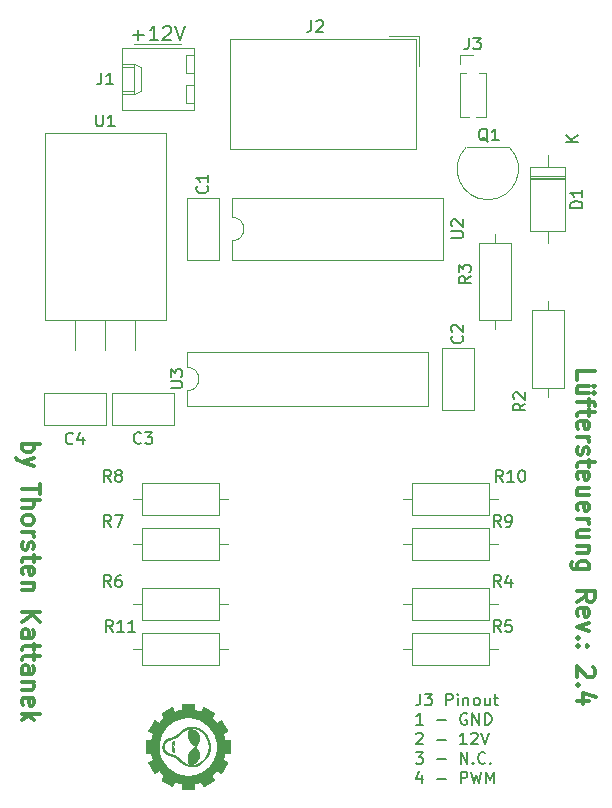
<source format=gto>
G04 #@! TF.GenerationSoftware,KiCad,Pcbnew,5.1.2-f72e74a~84~ubuntu18.04.1*
G04 #@! TF.CreationDate,2019-06-13T20:11:50+02:00*
G04 #@! TF.ProjectId,cpu_luefter_ansteuerung,6370755f-6c75-4656-9674-65725f616e73,rev?*
G04 #@! TF.SameCoordinates,Original*
G04 #@! TF.FileFunction,Legend,Top*
G04 #@! TF.FilePolarity,Positive*
%FSLAX46Y46*%
G04 Gerber Fmt 4.6, Leading zero omitted, Abs format (unit mm)*
G04 Created by KiCad (PCBNEW 5.1.2-f72e74a~84~ubuntu18.04.1) date 2019-06-13 20:11:50*
%MOMM*%
%LPD*%
G04 APERTURE LIST*
%ADD10C,0.150000*%
%ADD11C,0.300000*%
%ADD12C,0.200000*%
%ADD13C,0.010000*%
%ADD14C,0.120000*%
G04 APERTURE END LIST*
D10*
X136511309Y-129502380D02*
X136511309Y-130216666D01*
X136463690Y-130359523D01*
X136368452Y-130454761D01*
X136225595Y-130502380D01*
X136130357Y-130502380D01*
X136892261Y-129502380D02*
X137511309Y-129502380D01*
X137177976Y-129883333D01*
X137320833Y-129883333D01*
X137416071Y-129930952D01*
X137463690Y-129978571D01*
X137511309Y-130073809D01*
X137511309Y-130311904D01*
X137463690Y-130407142D01*
X137416071Y-130454761D01*
X137320833Y-130502380D01*
X137035119Y-130502380D01*
X136939880Y-130454761D01*
X136892261Y-130407142D01*
X138701785Y-130502380D02*
X138701785Y-129502380D01*
X139082738Y-129502380D01*
X139177976Y-129550000D01*
X139225595Y-129597619D01*
X139273214Y-129692857D01*
X139273214Y-129835714D01*
X139225595Y-129930952D01*
X139177976Y-129978571D01*
X139082738Y-130026190D01*
X138701785Y-130026190D01*
X139701785Y-130502380D02*
X139701785Y-129835714D01*
X139701785Y-129502380D02*
X139654166Y-129550000D01*
X139701785Y-129597619D01*
X139749404Y-129550000D01*
X139701785Y-129502380D01*
X139701785Y-129597619D01*
X140177976Y-129835714D02*
X140177976Y-130502380D01*
X140177976Y-129930952D02*
X140225595Y-129883333D01*
X140320833Y-129835714D01*
X140463690Y-129835714D01*
X140558928Y-129883333D01*
X140606547Y-129978571D01*
X140606547Y-130502380D01*
X141225595Y-130502380D02*
X141130357Y-130454761D01*
X141082738Y-130407142D01*
X141035119Y-130311904D01*
X141035119Y-130026190D01*
X141082738Y-129930952D01*
X141130357Y-129883333D01*
X141225595Y-129835714D01*
X141368452Y-129835714D01*
X141463690Y-129883333D01*
X141511309Y-129930952D01*
X141558928Y-130026190D01*
X141558928Y-130311904D01*
X141511309Y-130407142D01*
X141463690Y-130454761D01*
X141368452Y-130502380D01*
X141225595Y-130502380D01*
X142416071Y-129835714D02*
X142416071Y-130502380D01*
X141987500Y-129835714D02*
X141987500Y-130359523D01*
X142035119Y-130454761D01*
X142130357Y-130502380D01*
X142273214Y-130502380D01*
X142368452Y-130454761D01*
X142416071Y-130407142D01*
X142749404Y-129835714D02*
X143130357Y-129835714D01*
X142892261Y-129502380D02*
X142892261Y-130359523D01*
X142939880Y-130454761D01*
X143035119Y-130502380D01*
X143130357Y-130502380D01*
X136749404Y-132152380D02*
X136177976Y-132152380D01*
X136463690Y-132152380D02*
X136463690Y-131152380D01*
X136368452Y-131295238D01*
X136273214Y-131390476D01*
X136177976Y-131438095D01*
X137939880Y-131771428D02*
X138701785Y-131771428D01*
X140463690Y-131200000D02*
X140368452Y-131152380D01*
X140225595Y-131152380D01*
X140082738Y-131200000D01*
X139987500Y-131295238D01*
X139939880Y-131390476D01*
X139892261Y-131580952D01*
X139892261Y-131723809D01*
X139939880Y-131914285D01*
X139987500Y-132009523D01*
X140082738Y-132104761D01*
X140225595Y-132152380D01*
X140320833Y-132152380D01*
X140463690Y-132104761D01*
X140511309Y-132057142D01*
X140511309Y-131723809D01*
X140320833Y-131723809D01*
X140939880Y-132152380D02*
X140939880Y-131152380D01*
X141511309Y-132152380D01*
X141511309Y-131152380D01*
X141987500Y-132152380D02*
X141987500Y-131152380D01*
X142225595Y-131152380D01*
X142368452Y-131200000D01*
X142463690Y-131295238D01*
X142511309Y-131390476D01*
X142558928Y-131580952D01*
X142558928Y-131723809D01*
X142511309Y-131914285D01*
X142463690Y-132009523D01*
X142368452Y-132104761D01*
X142225595Y-132152380D01*
X141987500Y-132152380D01*
X136177976Y-132897619D02*
X136225595Y-132850000D01*
X136320833Y-132802380D01*
X136558928Y-132802380D01*
X136654166Y-132850000D01*
X136701785Y-132897619D01*
X136749404Y-132992857D01*
X136749404Y-133088095D01*
X136701785Y-133230952D01*
X136130357Y-133802380D01*
X136749404Y-133802380D01*
X137939880Y-133421428D02*
X138701785Y-133421428D01*
X140463690Y-133802380D02*
X139892261Y-133802380D01*
X140177976Y-133802380D02*
X140177976Y-132802380D01*
X140082738Y-132945238D01*
X139987500Y-133040476D01*
X139892261Y-133088095D01*
X140844642Y-132897619D02*
X140892261Y-132850000D01*
X140987500Y-132802380D01*
X141225595Y-132802380D01*
X141320833Y-132850000D01*
X141368452Y-132897619D01*
X141416071Y-132992857D01*
X141416071Y-133088095D01*
X141368452Y-133230952D01*
X140797023Y-133802380D01*
X141416071Y-133802380D01*
X141701785Y-132802380D02*
X142035119Y-133802380D01*
X142368452Y-132802380D01*
X136130357Y-134452380D02*
X136749404Y-134452380D01*
X136416071Y-134833333D01*
X136558928Y-134833333D01*
X136654166Y-134880952D01*
X136701785Y-134928571D01*
X136749404Y-135023809D01*
X136749404Y-135261904D01*
X136701785Y-135357142D01*
X136654166Y-135404761D01*
X136558928Y-135452380D01*
X136273214Y-135452380D01*
X136177976Y-135404761D01*
X136130357Y-135357142D01*
X137939880Y-135071428D02*
X138701785Y-135071428D01*
X139939880Y-135452380D02*
X139939880Y-134452380D01*
X140511309Y-135452380D01*
X140511309Y-134452380D01*
X140987500Y-135357142D02*
X141035119Y-135404761D01*
X140987500Y-135452380D01*
X140939880Y-135404761D01*
X140987500Y-135357142D01*
X140987500Y-135452380D01*
X142035119Y-135357142D02*
X141987500Y-135404761D01*
X141844642Y-135452380D01*
X141749404Y-135452380D01*
X141606547Y-135404761D01*
X141511309Y-135309523D01*
X141463690Y-135214285D01*
X141416071Y-135023809D01*
X141416071Y-134880952D01*
X141463690Y-134690476D01*
X141511309Y-134595238D01*
X141606547Y-134500000D01*
X141749404Y-134452380D01*
X141844642Y-134452380D01*
X141987500Y-134500000D01*
X142035119Y-134547619D01*
X142463690Y-135357142D02*
X142511309Y-135404761D01*
X142463690Y-135452380D01*
X142416071Y-135404761D01*
X142463690Y-135357142D01*
X142463690Y-135452380D01*
X136654166Y-136435714D02*
X136654166Y-137102380D01*
X136416071Y-136054761D02*
X136177976Y-136769047D01*
X136797023Y-136769047D01*
X137939880Y-136721428D02*
X138701785Y-136721428D01*
X139939880Y-137102380D02*
X139939880Y-136102380D01*
X140320833Y-136102380D01*
X140416071Y-136150000D01*
X140463690Y-136197619D01*
X140511309Y-136292857D01*
X140511309Y-136435714D01*
X140463690Y-136530952D01*
X140416071Y-136578571D01*
X140320833Y-136626190D01*
X139939880Y-136626190D01*
X140844642Y-136102380D02*
X141082738Y-137102380D01*
X141273214Y-136388095D01*
X141463690Y-137102380D01*
X141701785Y-136102380D01*
X142082738Y-137102380D02*
X142082738Y-136102380D01*
X142416071Y-136816666D01*
X142749404Y-136102380D01*
X142749404Y-137102380D01*
D11*
X102826428Y-108336428D02*
X104326428Y-108336428D01*
X103755000Y-108336428D02*
X103826428Y-108479285D01*
X103826428Y-108765000D01*
X103755000Y-108907857D01*
X103683571Y-108979285D01*
X103540714Y-109050714D01*
X103112142Y-109050714D01*
X102969285Y-108979285D01*
X102897857Y-108907857D01*
X102826428Y-108765000D01*
X102826428Y-108479285D01*
X102897857Y-108336428D01*
X103826428Y-109550714D02*
X102826428Y-109907857D01*
X103826428Y-110265000D02*
X102826428Y-109907857D01*
X102469285Y-109765000D01*
X102397857Y-109693571D01*
X102326428Y-109550714D01*
X104326428Y-111765000D02*
X104326428Y-112622142D01*
X102826428Y-112193571D02*
X104326428Y-112193571D01*
X102826428Y-113122142D02*
X104326428Y-113122142D01*
X102826428Y-113765000D02*
X103612142Y-113765000D01*
X103755000Y-113693571D01*
X103826428Y-113550714D01*
X103826428Y-113336428D01*
X103755000Y-113193571D01*
X103683571Y-113122142D01*
X102826428Y-114693571D02*
X102897857Y-114550714D01*
X102969285Y-114479285D01*
X103112142Y-114407857D01*
X103540714Y-114407857D01*
X103683571Y-114479285D01*
X103755000Y-114550714D01*
X103826428Y-114693571D01*
X103826428Y-114907857D01*
X103755000Y-115050714D01*
X103683571Y-115122142D01*
X103540714Y-115193571D01*
X103112142Y-115193571D01*
X102969285Y-115122142D01*
X102897857Y-115050714D01*
X102826428Y-114907857D01*
X102826428Y-114693571D01*
X102826428Y-115836428D02*
X103826428Y-115836428D01*
X103540714Y-115836428D02*
X103683571Y-115907857D01*
X103755000Y-115979285D01*
X103826428Y-116122142D01*
X103826428Y-116265000D01*
X102897857Y-116693571D02*
X102826428Y-116836428D01*
X102826428Y-117122142D01*
X102897857Y-117265000D01*
X103040714Y-117336428D01*
X103112142Y-117336428D01*
X103255000Y-117265000D01*
X103326428Y-117122142D01*
X103326428Y-116907857D01*
X103397857Y-116765000D01*
X103540714Y-116693571D01*
X103612142Y-116693571D01*
X103755000Y-116765000D01*
X103826428Y-116907857D01*
X103826428Y-117122142D01*
X103755000Y-117265000D01*
X103826428Y-117765000D02*
X103826428Y-118336428D01*
X104326428Y-117979285D02*
X103040714Y-117979285D01*
X102897857Y-118050714D01*
X102826428Y-118193571D01*
X102826428Y-118336428D01*
X102897857Y-119407857D02*
X102826428Y-119265000D01*
X102826428Y-118979285D01*
X102897857Y-118836428D01*
X103040714Y-118765000D01*
X103612142Y-118765000D01*
X103755000Y-118836428D01*
X103826428Y-118979285D01*
X103826428Y-119265000D01*
X103755000Y-119407857D01*
X103612142Y-119479285D01*
X103469285Y-119479285D01*
X103326428Y-118765000D01*
X103826428Y-120122142D02*
X102826428Y-120122142D01*
X103683571Y-120122142D02*
X103755000Y-120193571D01*
X103826428Y-120336428D01*
X103826428Y-120550714D01*
X103755000Y-120693571D01*
X103612142Y-120765000D01*
X102826428Y-120765000D01*
X102826428Y-122622142D02*
X104326428Y-122622142D01*
X102826428Y-123479285D02*
X103683571Y-122836428D01*
X104326428Y-123479285D02*
X103469285Y-122622142D01*
X102826428Y-124765000D02*
X103612142Y-124765000D01*
X103755000Y-124693571D01*
X103826428Y-124550714D01*
X103826428Y-124265000D01*
X103755000Y-124122142D01*
X102897857Y-124765000D02*
X102826428Y-124622142D01*
X102826428Y-124265000D01*
X102897857Y-124122142D01*
X103040714Y-124050714D01*
X103183571Y-124050714D01*
X103326428Y-124122142D01*
X103397857Y-124265000D01*
X103397857Y-124622142D01*
X103469285Y-124765000D01*
X103826428Y-125265000D02*
X103826428Y-125836428D01*
X104326428Y-125479285D02*
X103040714Y-125479285D01*
X102897857Y-125550714D01*
X102826428Y-125693571D01*
X102826428Y-125836428D01*
X103826428Y-126122142D02*
X103826428Y-126693571D01*
X104326428Y-126336428D02*
X103040714Y-126336428D01*
X102897857Y-126407857D01*
X102826428Y-126550714D01*
X102826428Y-126693571D01*
X102826428Y-127836428D02*
X103612142Y-127836428D01*
X103755000Y-127765000D01*
X103826428Y-127622142D01*
X103826428Y-127336428D01*
X103755000Y-127193571D01*
X102897857Y-127836428D02*
X102826428Y-127693571D01*
X102826428Y-127336428D01*
X102897857Y-127193571D01*
X103040714Y-127122142D01*
X103183571Y-127122142D01*
X103326428Y-127193571D01*
X103397857Y-127336428D01*
X103397857Y-127693571D01*
X103469285Y-127836428D01*
X103826428Y-128550714D02*
X102826428Y-128550714D01*
X103683571Y-128550714D02*
X103755000Y-128622142D01*
X103826428Y-128765000D01*
X103826428Y-128979285D01*
X103755000Y-129122142D01*
X103612142Y-129193571D01*
X102826428Y-129193571D01*
X102897857Y-130479285D02*
X102826428Y-130336428D01*
X102826428Y-130050714D01*
X102897857Y-129907857D01*
X103040714Y-129836428D01*
X103612142Y-129836428D01*
X103755000Y-129907857D01*
X103826428Y-130050714D01*
X103826428Y-130336428D01*
X103755000Y-130479285D01*
X103612142Y-130550714D01*
X103469285Y-130550714D01*
X103326428Y-129836428D01*
X102826428Y-131193571D02*
X104326428Y-131193571D01*
X103397857Y-131336428D02*
X102826428Y-131765000D01*
X103826428Y-131765000D02*
X103255000Y-131193571D01*
X149816428Y-102919285D02*
X149816428Y-102205000D01*
X151316428Y-102205000D01*
X150816428Y-104062142D02*
X149816428Y-104062142D01*
X150816428Y-103419285D02*
X150030714Y-103419285D01*
X149887857Y-103490714D01*
X149816428Y-103633571D01*
X149816428Y-103847857D01*
X149887857Y-103990714D01*
X149959285Y-104062142D01*
X151316428Y-103490714D02*
X151245000Y-103562142D01*
X151173571Y-103490714D01*
X151245000Y-103419285D01*
X151316428Y-103490714D01*
X151173571Y-103490714D01*
X151316428Y-104062142D02*
X151245000Y-104133571D01*
X151173571Y-104062142D01*
X151245000Y-103990714D01*
X151316428Y-104062142D01*
X151173571Y-104062142D01*
X150816428Y-104562142D02*
X150816428Y-105133571D01*
X149816428Y-104776428D02*
X151102142Y-104776428D01*
X151245000Y-104847857D01*
X151316428Y-104990714D01*
X151316428Y-105133571D01*
X150816428Y-105419285D02*
X150816428Y-105990714D01*
X151316428Y-105633571D02*
X150030714Y-105633571D01*
X149887857Y-105705000D01*
X149816428Y-105847857D01*
X149816428Y-105990714D01*
X149887857Y-107062142D02*
X149816428Y-106919285D01*
X149816428Y-106633571D01*
X149887857Y-106490714D01*
X150030714Y-106419285D01*
X150602142Y-106419285D01*
X150745000Y-106490714D01*
X150816428Y-106633571D01*
X150816428Y-106919285D01*
X150745000Y-107062142D01*
X150602142Y-107133571D01*
X150459285Y-107133571D01*
X150316428Y-106419285D01*
X149816428Y-107776428D02*
X150816428Y-107776428D01*
X150530714Y-107776428D02*
X150673571Y-107847857D01*
X150745000Y-107919285D01*
X150816428Y-108062142D01*
X150816428Y-108205000D01*
X149887857Y-108633571D02*
X149816428Y-108776428D01*
X149816428Y-109062142D01*
X149887857Y-109205000D01*
X150030714Y-109276428D01*
X150102142Y-109276428D01*
X150245000Y-109205000D01*
X150316428Y-109062142D01*
X150316428Y-108847857D01*
X150387857Y-108705000D01*
X150530714Y-108633571D01*
X150602142Y-108633571D01*
X150745000Y-108705000D01*
X150816428Y-108847857D01*
X150816428Y-109062142D01*
X150745000Y-109205000D01*
X150816428Y-109705000D02*
X150816428Y-110276428D01*
X151316428Y-109919285D02*
X150030714Y-109919285D01*
X149887857Y-109990714D01*
X149816428Y-110133571D01*
X149816428Y-110276428D01*
X149887857Y-111347857D02*
X149816428Y-111205000D01*
X149816428Y-110919285D01*
X149887857Y-110776428D01*
X150030714Y-110705000D01*
X150602142Y-110705000D01*
X150745000Y-110776428D01*
X150816428Y-110919285D01*
X150816428Y-111205000D01*
X150745000Y-111347857D01*
X150602142Y-111419285D01*
X150459285Y-111419285D01*
X150316428Y-110705000D01*
X150816428Y-112705000D02*
X149816428Y-112705000D01*
X150816428Y-112062142D02*
X150030714Y-112062142D01*
X149887857Y-112133571D01*
X149816428Y-112276428D01*
X149816428Y-112490714D01*
X149887857Y-112633571D01*
X149959285Y-112705000D01*
X149887857Y-113990714D02*
X149816428Y-113847857D01*
X149816428Y-113562142D01*
X149887857Y-113419285D01*
X150030714Y-113347857D01*
X150602142Y-113347857D01*
X150745000Y-113419285D01*
X150816428Y-113562142D01*
X150816428Y-113847857D01*
X150745000Y-113990714D01*
X150602142Y-114062142D01*
X150459285Y-114062142D01*
X150316428Y-113347857D01*
X149816428Y-114705000D02*
X150816428Y-114705000D01*
X150530714Y-114705000D02*
X150673571Y-114776428D01*
X150745000Y-114847857D01*
X150816428Y-114990714D01*
X150816428Y-115133571D01*
X150816428Y-116276428D02*
X149816428Y-116276428D01*
X150816428Y-115633571D02*
X150030714Y-115633571D01*
X149887857Y-115705000D01*
X149816428Y-115847857D01*
X149816428Y-116062142D01*
X149887857Y-116205000D01*
X149959285Y-116276428D01*
X150816428Y-116990714D02*
X149816428Y-116990714D01*
X150673571Y-116990714D02*
X150745000Y-117062142D01*
X150816428Y-117205000D01*
X150816428Y-117419285D01*
X150745000Y-117562142D01*
X150602142Y-117633571D01*
X149816428Y-117633571D01*
X150816428Y-118990714D02*
X149602142Y-118990714D01*
X149459285Y-118919285D01*
X149387857Y-118847857D01*
X149316428Y-118705000D01*
X149316428Y-118490714D01*
X149387857Y-118347857D01*
X149887857Y-118990714D02*
X149816428Y-118847857D01*
X149816428Y-118562142D01*
X149887857Y-118419285D01*
X149959285Y-118347857D01*
X150102142Y-118276428D01*
X150530714Y-118276428D01*
X150673571Y-118347857D01*
X150745000Y-118419285D01*
X150816428Y-118562142D01*
X150816428Y-118847857D01*
X150745000Y-118990714D01*
X149816428Y-121705000D02*
X150530714Y-121205000D01*
X149816428Y-120847857D02*
X151316428Y-120847857D01*
X151316428Y-121419285D01*
X151245000Y-121562142D01*
X151173571Y-121633571D01*
X151030714Y-121705000D01*
X150816428Y-121705000D01*
X150673571Y-121633571D01*
X150602142Y-121562142D01*
X150530714Y-121419285D01*
X150530714Y-120847857D01*
X149887857Y-122919285D02*
X149816428Y-122776428D01*
X149816428Y-122490714D01*
X149887857Y-122347857D01*
X150030714Y-122276428D01*
X150602142Y-122276428D01*
X150745000Y-122347857D01*
X150816428Y-122490714D01*
X150816428Y-122776428D01*
X150745000Y-122919285D01*
X150602142Y-122990714D01*
X150459285Y-122990714D01*
X150316428Y-122276428D01*
X150816428Y-123490714D02*
X149816428Y-123847857D01*
X150816428Y-124205000D01*
X149959285Y-124776428D02*
X149887857Y-124847857D01*
X149816428Y-124776428D01*
X149887857Y-124705000D01*
X149959285Y-124776428D01*
X149816428Y-124776428D01*
X149959285Y-125490714D02*
X149887857Y-125562142D01*
X149816428Y-125490714D01*
X149887857Y-125419285D01*
X149959285Y-125490714D01*
X149816428Y-125490714D01*
X150745000Y-125490714D02*
X150673571Y-125562142D01*
X150602142Y-125490714D01*
X150673571Y-125419285D01*
X150745000Y-125490714D01*
X150602142Y-125490714D01*
X151173571Y-127276428D02*
X151245000Y-127347857D01*
X151316428Y-127490714D01*
X151316428Y-127847857D01*
X151245000Y-127990714D01*
X151173571Y-128062142D01*
X151030714Y-128133571D01*
X150887857Y-128133571D01*
X150673571Y-128062142D01*
X149816428Y-127204999D01*
X149816428Y-128133571D01*
X149959285Y-128776428D02*
X149887857Y-128847857D01*
X149816428Y-128776428D01*
X149887857Y-128705000D01*
X149959285Y-128776428D01*
X149816428Y-128776428D01*
X150816428Y-130133571D02*
X149816428Y-130133571D01*
X151387857Y-129776428D02*
X150316428Y-129419285D01*
X150316428Y-130347857D01*
D12*
X112185714Y-73745714D02*
X113100000Y-73745714D01*
X112642857Y-74202857D02*
X112642857Y-73288571D01*
X114300000Y-74202857D02*
X113614285Y-74202857D01*
X113957142Y-74202857D02*
X113957142Y-73002857D01*
X113842857Y-73174285D01*
X113728571Y-73288571D01*
X113614285Y-73345714D01*
X114757142Y-73117142D02*
X114814285Y-73060000D01*
X114928571Y-73002857D01*
X115214285Y-73002857D01*
X115328571Y-73060000D01*
X115385714Y-73117142D01*
X115442857Y-73231428D01*
X115442857Y-73345714D01*
X115385714Y-73517142D01*
X114700000Y-74202857D01*
X115442857Y-74202857D01*
X115785714Y-73002857D02*
X116185714Y-74202857D01*
X116585714Y-73002857D01*
D13*
G36*
X117799473Y-134732937D02*
G01*
X117797734Y-134761019D01*
X117796984Y-134768359D01*
X117783533Y-134849582D01*
X117762245Y-134928202D01*
X117733372Y-135003710D01*
X117697168Y-135075597D01*
X117653888Y-135143354D01*
X117603785Y-135206472D01*
X117552166Y-135259739D01*
X117509609Y-135297361D01*
X117467069Y-135329883D01*
X117422115Y-135358950D01*
X117372317Y-135386202D01*
X117345883Y-135399168D01*
X117287041Y-135424723D01*
X117229679Y-135444411D01*
X117171665Y-135458734D01*
X117110863Y-135468193D01*
X117045140Y-135473289D01*
X117027356Y-135473950D01*
X116950129Y-135476257D01*
X116924813Y-135423837D01*
X116893433Y-135351401D01*
X116868205Y-135276410D01*
X116848767Y-135197556D01*
X116834756Y-135113530D01*
X116831630Y-135087784D01*
X116829879Y-135065687D01*
X116828704Y-135037408D01*
X116828104Y-135005211D01*
X116828074Y-134971359D01*
X116828611Y-134938116D01*
X116829714Y-134907748D01*
X116831377Y-134882517D01*
X116831922Y-134876877D01*
X116845804Y-134784761D01*
X116867561Y-134695368D01*
X116896932Y-134609095D01*
X116933658Y-134526340D01*
X116977479Y-134447499D01*
X117028133Y-134372970D01*
X117085363Y-134303151D01*
X117148906Y-134238438D01*
X117218504Y-134179229D01*
X117293896Y-134125921D01*
X117342822Y-134096356D01*
X117361128Y-134086361D01*
X117381924Y-134075646D01*
X117403678Y-134064925D01*
X117424857Y-134054915D01*
X117443929Y-134046333D01*
X117459360Y-134039895D01*
X117469617Y-134036317D01*
X117472371Y-134035824D01*
X117478122Y-134038491D01*
X117488704Y-134045696D01*
X117502676Y-134056291D01*
X117518598Y-134069126D01*
X117535028Y-134083052D01*
X117550525Y-134096920D01*
X117558914Y-134104867D01*
X117613599Y-134163978D01*
X117662278Y-134228647D01*
X117704514Y-134298051D01*
X117739869Y-134371370D01*
X117767905Y-134447783D01*
X117788185Y-134526469D01*
X117790833Y-134540027D01*
X117794245Y-134564004D01*
X117796949Y-134594206D01*
X117798883Y-134628416D01*
X117799988Y-134664419D01*
X117800205Y-134699999D01*
X117799473Y-134732937D01*
X117799473Y-134732937D01*
G37*
X117799473Y-134732937D02*
X117797734Y-134761019D01*
X117796984Y-134768359D01*
X117783533Y-134849582D01*
X117762245Y-134928202D01*
X117733372Y-135003710D01*
X117697168Y-135075597D01*
X117653888Y-135143354D01*
X117603785Y-135206472D01*
X117552166Y-135259739D01*
X117509609Y-135297361D01*
X117467069Y-135329883D01*
X117422115Y-135358950D01*
X117372317Y-135386202D01*
X117345883Y-135399168D01*
X117287041Y-135424723D01*
X117229679Y-135444411D01*
X117171665Y-135458734D01*
X117110863Y-135468193D01*
X117045140Y-135473289D01*
X117027356Y-135473950D01*
X116950129Y-135476257D01*
X116924813Y-135423837D01*
X116893433Y-135351401D01*
X116868205Y-135276410D01*
X116848767Y-135197556D01*
X116834756Y-135113530D01*
X116831630Y-135087784D01*
X116829879Y-135065687D01*
X116828704Y-135037408D01*
X116828104Y-135005211D01*
X116828074Y-134971359D01*
X116828611Y-134938116D01*
X116829714Y-134907748D01*
X116831377Y-134882517D01*
X116831922Y-134876877D01*
X116845804Y-134784761D01*
X116867561Y-134695368D01*
X116896932Y-134609095D01*
X116933658Y-134526340D01*
X116977479Y-134447499D01*
X117028133Y-134372970D01*
X117085363Y-134303151D01*
X117148906Y-134238438D01*
X117218504Y-134179229D01*
X117293896Y-134125921D01*
X117342822Y-134096356D01*
X117361128Y-134086361D01*
X117381924Y-134075646D01*
X117403678Y-134064925D01*
X117424857Y-134054915D01*
X117443929Y-134046333D01*
X117459360Y-134039895D01*
X117469617Y-134036317D01*
X117472371Y-134035824D01*
X117478122Y-134038491D01*
X117488704Y-134045696D01*
X117502676Y-134056291D01*
X117518598Y-134069126D01*
X117535028Y-134083052D01*
X117550525Y-134096920D01*
X117558914Y-134104867D01*
X117613599Y-134163978D01*
X117662278Y-134228647D01*
X117704514Y-134298051D01*
X117739869Y-134371370D01*
X117767905Y-134447783D01*
X117788185Y-134526469D01*
X117790833Y-134540027D01*
X117794245Y-134564004D01*
X117796949Y-134594206D01*
X117798883Y-134628416D01*
X117799988Y-134664419D01*
X117800205Y-134699999D01*
X117799473Y-134732937D01*
G36*
X117798835Y-133347418D02*
G01*
X117795210Y-133386764D01*
X117789083Y-133425625D01*
X117780191Y-133466603D01*
X117777432Y-133477775D01*
X117754203Y-133552802D01*
X117723090Y-133625619D01*
X117684539Y-133695525D01*
X117638999Y-133761820D01*
X117586916Y-133823804D01*
X117528736Y-133880777D01*
X117509711Y-133897162D01*
X117474239Y-133926790D01*
X117429111Y-133906619D01*
X117348233Y-133866013D01*
X117271614Y-133818341D01*
X117198921Y-133763366D01*
X117129823Y-133700851D01*
X117105572Y-133676255D01*
X117044399Y-133606397D01*
X116990548Y-133532314D01*
X116944097Y-133454165D01*
X116905123Y-133372107D01*
X116873703Y-133286296D01*
X116849915Y-133196891D01*
X116837805Y-133131984D01*
X116835583Y-133113232D01*
X116833565Y-133087911D01*
X116831806Y-133057870D01*
X116830363Y-133024956D01*
X116829294Y-132991017D01*
X116828655Y-132957901D01*
X116828503Y-132927456D01*
X116828896Y-132901529D01*
X116829888Y-132881968D01*
X116830054Y-132880100D01*
X116841622Y-132796868D01*
X116860412Y-132712699D01*
X116885803Y-132629851D01*
X116917177Y-132550579D01*
X116925557Y-132532275D01*
X116935242Y-132511987D01*
X116942951Y-132498099D01*
X116950410Y-132489396D01*
X116959343Y-132484663D01*
X116971477Y-132482684D01*
X116988538Y-132482244D01*
X116996633Y-132482228D01*
X117078248Y-132486128D01*
X117157884Y-132497887D01*
X117235072Y-132517167D01*
X117309337Y-132543634D01*
X117380208Y-132576951D01*
X117447213Y-132616782D01*
X117509879Y-132662790D01*
X117567735Y-132714640D01*
X117620307Y-132771996D01*
X117667123Y-132834522D01*
X117707712Y-132901881D01*
X117741601Y-132973738D01*
X117760958Y-133026150D01*
X117774558Y-133070879D01*
X117784758Y-133112974D01*
X117792004Y-133155089D01*
X117796738Y-133199880D01*
X117799408Y-133250000D01*
X117799621Y-133256867D01*
X117800218Y-133304987D01*
X117798835Y-133347418D01*
X117798835Y-133347418D01*
G37*
X117798835Y-133347418D02*
X117795210Y-133386764D01*
X117789083Y-133425625D01*
X117780191Y-133466603D01*
X117777432Y-133477775D01*
X117754203Y-133552802D01*
X117723090Y-133625619D01*
X117684539Y-133695525D01*
X117638999Y-133761820D01*
X117586916Y-133823804D01*
X117528736Y-133880777D01*
X117509711Y-133897162D01*
X117474239Y-133926790D01*
X117429111Y-133906619D01*
X117348233Y-133866013D01*
X117271614Y-133818341D01*
X117198921Y-133763366D01*
X117129823Y-133700851D01*
X117105572Y-133676255D01*
X117044399Y-133606397D01*
X116990548Y-133532314D01*
X116944097Y-133454165D01*
X116905123Y-133372107D01*
X116873703Y-133286296D01*
X116849915Y-133196891D01*
X116837805Y-133131984D01*
X116835583Y-133113232D01*
X116833565Y-133087911D01*
X116831806Y-133057870D01*
X116830363Y-133024956D01*
X116829294Y-132991017D01*
X116828655Y-132957901D01*
X116828503Y-132927456D01*
X116828896Y-132901529D01*
X116829888Y-132881968D01*
X116830054Y-132880100D01*
X116841622Y-132796868D01*
X116860412Y-132712699D01*
X116885803Y-132629851D01*
X116917177Y-132550579D01*
X116925557Y-132532275D01*
X116935242Y-132511987D01*
X116942951Y-132498099D01*
X116950410Y-132489396D01*
X116959343Y-132484663D01*
X116971477Y-132482684D01*
X116988538Y-132482244D01*
X116996633Y-132482228D01*
X117078248Y-132486128D01*
X117157884Y-132497887D01*
X117235072Y-132517167D01*
X117309337Y-132543634D01*
X117380208Y-132576951D01*
X117447213Y-132616782D01*
X117509879Y-132662790D01*
X117567735Y-132714640D01*
X117620307Y-132771996D01*
X117667123Y-132834522D01*
X117707712Y-132901881D01*
X117741601Y-132973738D01*
X117760958Y-133026150D01*
X117774558Y-133070879D01*
X117784758Y-133112974D01*
X117792004Y-133155089D01*
X117796738Y-133199880D01*
X117799408Y-133250000D01*
X117799621Y-133256867D01*
X117800218Y-133304987D01*
X117798835Y-133347418D01*
G36*
X115684457Y-134420449D02*
G01*
X115676389Y-134437067D01*
X115663076Y-134451387D01*
X115647244Y-134460643D01*
X115643729Y-134461717D01*
X115626227Y-134462544D01*
X115607548Y-134457918D01*
X115593579Y-134450143D01*
X115582666Y-134438951D01*
X115570763Y-134422751D01*
X115559748Y-134404500D01*
X115551501Y-134387158D01*
X115549098Y-134380104D01*
X115547596Y-134371656D01*
X115545600Y-134355845D01*
X115543201Y-134333752D01*
X115540487Y-134306461D01*
X115537548Y-134275053D01*
X115534473Y-134240611D01*
X115531352Y-134204218D01*
X115528274Y-134166957D01*
X115525328Y-134129909D01*
X115522603Y-134094158D01*
X115520190Y-134060786D01*
X115518177Y-134030875D01*
X115516654Y-134005509D01*
X115515709Y-133985770D01*
X115515434Y-133972740D01*
X115515439Y-133972300D01*
X115515917Y-133959909D01*
X115517062Y-133940269D01*
X115518786Y-133914563D01*
X115521004Y-133883975D01*
X115523629Y-133849689D01*
X115526576Y-133812888D01*
X115529759Y-133774757D01*
X115530061Y-133771217D01*
X115533329Y-133734107D01*
X115536587Y-133699164D01*
X115539727Y-133667399D01*
X115542640Y-133639826D01*
X115545220Y-133617457D01*
X115547359Y-133601303D01*
X115548948Y-133592378D01*
X115549186Y-133591562D01*
X115555203Y-133577961D01*
X115564263Y-133561739D01*
X115574582Y-133545732D01*
X115584374Y-133532775D01*
X115589601Y-133527341D01*
X115606507Y-133517602D01*
X115625759Y-133513970D01*
X115645153Y-133516117D01*
X115662484Y-133523716D01*
X115675548Y-133536440D01*
X115677930Y-133540462D01*
X115682491Y-133553394D01*
X115684932Y-133568119D01*
X115684990Y-133569256D01*
X115684828Y-133578517D01*
X115683037Y-133587410D01*
X115678854Y-133598096D01*
X115671516Y-133612731D01*
X115665964Y-133623050D01*
X115663957Y-133628548D01*
X115661893Y-133638105D01*
X115659700Y-133652362D01*
X115657307Y-133671958D01*
X115654640Y-133697534D01*
X115651626Y-133729729D01*
X115648194Y-133769183D01*
X115644859Y-133809317D01*
X115630667Y-133982883D01*
X115645893Y-134164966D01*
X115649637Y-134209402D01*
X115652819Y-134246183D01*
X115655535Y-134276096D01*
X115657883Y-134299928D01*
X115659960Y-134318465D01*
X115661864Y-134332493D01*
X115663693Y-134342800D01*
X115665543Y-134350171D01*
X115667512Y-134355393D01*
X115669697Y-134359252D01*
X115670006Y-134359700D01*
X115682407Y-134382991D01*
X115686468Y-134405601D01*
X115684457Y-134420449D01*
X115684457Y-134420449D01*
G37*
X115684457Y-134420449D02*
X115676389Y-134437067D01*
X115663076Y-134451387D01*
X115647244Y-134460643D01*
X115643729Y-134461717D01*
X115626227Y-134462544D01*
X115607548Y-134457918D01*
X115593579Y-134450143D01*
X115582666Y-134438951D01*
X115570763Y-134422751D01*
X115559748Y-134404500D01*
X115551501Y-134387158D01*
X115549098Y-134380104D01*
X115547596Y-134371656D01*
X115545600Y-134355845D01*
X115543201Y-134333752D01*
X115540487Y-134306461D01*
X115537548Y-134275053D01*
X115534473Y-134240611D01*
X115531352Y-134204218D01*
X115528274Y-134166957D01*
X115525328Y-134129909D01*
X115522603Y-134094158D01*
X115520190Y-134060786D01*
X115518177Y-134030875D01*
X115516654Y-134005509D01*
X115515709Y-133985770D01*
X115515434Y-133972740D01*
X115515439Y-133972300D01*
X115515917Y-133959909D01*
X115517062Y-133940269D01*
X115518786Y-133914563D01*
X115521004Y-133883975D01*
X115523629Y-133849689D01*
X115526576Y-133812888D01*
X115529759Y-133774757D01*
X115530061Y-133771217D01*
X115533329Y-133734107D01*
X115536587Y-133699164D01*
X115539727Y-133667399D01*
X115542640Y-133639826D01*
X115545220Y-133617457D01*
X115547359Y-133601303D01*
X115548948Y-133592378D01*
X115549186Y-133591562D01*
X115555203Y-133577961D01*
X115564263Y-133561739D01*
X115574582Y-133545732D01*
X115584374Y-133532775D01*
X115589601Y-133527341D01*
X115606507Y-133517602D01*
X115625759Y-133513970D01*
X115645153Y-133516117D01*
X115662484Y-133523716D01*
X115675548Y-133536440D01*
X115677930Y-133540462D01*
X115682491Y-133553394D01*
X115684932Y-133568119D01*
X115684990Y-133569256D01*
X115684828Y-133578517D01*
X115683037Y-133587410D01*
X115678854Y-133598096D01*
X115671516Y-133612731D01*
X115665964Y-133623050D01*
X115663957Y-133628548D01*
X115661893Y-133638105D01*
X115659700Y-133652362D01*
X115657307Y-133671958D01*
X115654640Y-133697534D01*
X115651626Y-133729729D01*
X115648194Y-133769183D01*
X115644859Y-133809317D01*
X115630667Y-133982883D01*
X115645893Y-134164966D01*
X115649637Y-134209402D01*
X115652819Y-134246183D01*
X115655535Y-134276096D01*
X115657883Y-134299928D01*
X115659960Y-134318465D01*
X115661864Y-134332493D01*
X115663693Y-134342800D01*
X115665543Y-134350171D01*
X115667512Y-134355393D01*
X115669697Y-134359252D01*
X115670006Y-134359700D01*
X115682407Y-134382991D01*
X115686468Y-134405601D01*
X115684457Y-134420449D01*
G36*
X118724055Y-134079318D02*
G01*
X118723626Y-134084483D01*
X118709157Y-134205334D01*
X118686737Y-134324483D01*
X118656603Y-134441508D01*
X118618990Y-134555988D01*
X118574133Y-134667502D01*
X118522269Y-134775630D01*
X118463632Y-134879949D01*
X118398458Y-134980038D01*
X118326983Y-135075477D01*
X118249443Y-135165843D01*
X118166072Y-135250717D01*
X118077107Y-135329676D01*
X117989350Y-135397578D01*
X117897766Y-135459096D01*
X117804145Y-135512877D01*
X117708783Y-135558840D01*
X117611974Y-135596903D01*
X117514015Y-135626984D01*
X117415201Y-135649000D01*
X117315829Y-135662870D01*
X117216193Y-135668511D01*
X117116589Y-135665842D01*
X117047433Y-135659034D01*
X116948516Y-135642519D01*
X116848327Y-135618358D01*
X116748103Y-135586990D01*
X116649078Y-135548856D01*
X116552487Y-135504397D01*
X116459565Y-135454054D01*
X116440050Y-135442422D01*
X116411941Y-135425080D01*
X116385939Y-135408290D01*
X116361266Y-135391401D01*
X116337144Y-135373762D01*
X116312796Y-135354721D01*
X116287443Y-135333627D01*
X116260309Y-135309828D01*
X116230615Y-135282672D01*
X116197584Y-135251509D01*
X116160438Y-135215687D01*
X116118400Y-135174554D01*
X116107633Y-135163954D01*
X116079401Y-135136352D01*
X116051394Y-135109375D01*
X116024556Y-135083902D01*
X115999829Y-135060815D01*
X115978157Y-135040992D01*
X115960483Y-135025313D01*
X115947750Y-135014658D01*
X115946766Y-135013889D01*
X115868406Y-134957785D01*
X115783500Y-134905763D01*
X115707626Y-134865584D01*
X115662013Y-134843648D01*
X115617133Y-134823372D01*
X115571399Y-134804128D01*
X115523224Y-134785289D01*
X115471022Y-134766226D01*
X115413207Y-134746311D01*
X115371033Y-134732341D01*
X115323842Y-134716887D01*
X115283861Y-134703725D01*
X115250242Y-134692552D01*
X115222136Y-134683064D01*
X115198695Y-134674958D01*
X115179070Y-134667929D01*
X115162412Y-134661675D01*
X115147873Y-134655891D01*
X115134604Y-134650274D01*
X115121758Y-134644521D01*
X115109079Y-134638608D01*
X115037702Y-134600504D01*
X114972404Y-134556520D01*
X114913095Y-134506565D01*
X114859682Y-134450550D01*
X114812072Y-134388386D01*
X114770175Y-134319981D01*
X114757207Y-134295271D01*
X114742744Y-134263613D01*
X114728225Y-134226550D01*
X114714621Y-134186982D01*
X114702905Y-134147810D01*
X114694049Y-134111933D01*
X114691550Y-134099300D01*
X114687361Y-134069315D01*
X114684491Y-134034683D01*
X114682992Y-133997963D01*
X114682917Y-133961713D01*
X114684318Y-133928490D01*
X114687245Y-133900852D01*
X114687500Y-133899240D01*
X114704485Y-133820115D01*
X114728936Y-133744547D01*
X114760553Y-133672927D01*
X114799033Y-133605645D01*
X114844078Y-133543093D01*
X114895387Y-133485661D01*
X114952658Y-133433740D01*
X115015591Y-133387721D01*
X115083886Y-133347994D01*
X115127504Y-133327257D01*
X115145496Y-133319868D01*
X115169457Y-133310741D01*
X115197270Y-133300642D01*
X115226816Y-133290341D01*
X115255979Y-133280606D01*
X115257397Y-133280145D01*
X115323449Y-133258556D01*
X115382257Y-133238964D01*
X115434713Y-133221028D01*
X115481710Y-133204404D01*
X115524141Y-133188749D01*
X115562897Y-133173721D01*
X115598871Y-133158977D01*
X115632956Y-133144175D01*
X115666045Y-133128971D01*
X115699029Y-133113022D01*
X115720283Y-133102375D01*
X115761658Y-133080960D01*
X115799093Y-133060507D01*
X115833571Y-133040273D01*
X115866076Y-133019516D01*
X115897590Y-132997493D01*
X115929096Y-132973461D01*
X115961577Y-132946678D01*
X115996017Y-132916402D01*
X116033398Y-132881889D01*
X116074703Y-132842397D01*
X116109795Y-132808134D01*
X116153008Y-132765863D01*
X116191159Y-132729054D01*
X116225032Y-132697047D01*
X116255412Y-132669179D01*
X116283085Y-132644791D01*
X116308834Y-132623221D01*
X116333445Y-132603807D01*
X116357702Y-132585890D01*
X116382391Y-132568806D01*
X116408295Y-132551896D01*
X116430301Y-132538124D01*
X116524878Y-132484315D01*
X116623659Y-132436717D01*
X116725510Y-132395738D01*
X116829295Y-132361783D01*
X116933882Y-132335261D01*
X117038137Y-132316576D01*
X117053783Y-132314461D01*
X117082354Y-132311568D01*
X117116526Y-132309391D01*
X117154292Y-132307945D01*
X117193650Y-132307248D01*
X117203766Y-132307265D01*
X117203766Y-132425152D01*
X117162742Y-132425479D01*
X117123497Y-132426692D01*
X117088060Y-132428790D01*
X117058460Y-132431775D01*
X117051667Y-132432742D01*
X116947796Y-132452741D01*
X116844321Y-132480445D01*
X116742551Y-132515374D01*
X116643799Y-132557046D01*
X116549373Y-132604981D01*
X116493448Y-132637714D01*
X116468131Y-132653636D01*
X116444851Y-132668988D01*
X116422770Y-132684478D01*
X116401049Y-132700811D01*
X116378852Y-132718695D01*
X116355338Y-132738835D01*
X116329669Y-132761939D01*
X116301008Y-132788713D01*
X116268516Y-132819864D01*
X116231353Y-132856097D01*
X116213467Y-132873675D01*
X116177282Y-132909216D01*
X116146272Y-132939456D01*
X116119652Y-132965108D01*
X116096636Y-132986885D01*
X116076439Y-133005498D01*
X116058275Y-133021661D01*
X116041361Y-133036087D01*
X116024909Y-133049487D01*
X116008135Y-133062574D01*
X115991216Y-133075344D01*
X115941648Y-133110751D01*
X115890608Y-133144004D01*
X115837272Y-133175492D01*
X115780818Y-133205604D01*
X115720422Y-133234729D01*
X115655261Y-133263255D01*
X115584512Y-133291573D01*
X115507352Y-133320071D01*
X115422957Y-133349137D01*
X115386322Y-133361228D01*
X115337352Y-133377299D01*
X115295580Y-133391234D01*
X115260111Y-133403376D01*
X115230046Y-133414068D01*
X115204488Y-133423653D01*
X115182542Y-133432472D01*
X115163309Y-133440868D01*
X115145893Y-133449185D01*
X115129396Y-133457764D01*
X115119978Y-133462949D01*
X115074982Y-133490420D01*
X115034301Y-133520384D01*
X114995222Y-133554960D01*
X114971240Y-133578981D01*
X114924462Y-133633745D01*
X114884455Y-133693261D01*
X114851552Y-133756808D01*
X114826087Y-133823666D01*
X114808392Y-133893113D01*
X114800136Y-133949237D01*
X114798491Y-133969616D01*
X114798043Y-133988421D01*
X114798915Y-134007956D01*
X114801233Y-134030525D01*
X114805121Y-134058430D01*
X114806513Y-134067550D01*
X114821194Y-134135125D01*
X114843788Y-134200635D01*
X114873858Y-134263406D01*
X114910964Y-134322764D01*
X114954670Y-134378036D01*
X115004536Y-134428546D01*
X115060124Y-134473621D01*
X115079044Y-134486784D01*
X115095509Y-134497595D01*
X115111270Y-134507373D01*
X115127122Y-134516443D01*
X115143861Y-134525127D01*
X115162285Y-134533751D01*
X115183187Y-134542637D01*
X115207366Y-134552109D01*
X115235616Y-134562492D01*
X115268735Y-134574109D01*
X115307517Y-134587283D01*
X115352759Y-134602338D01*
X115405257Y-134619599D01*
X115407016Y-134620175D01*
X115496534Y-134650535D01*
X115578458Y-134680562D01*
X115653629Y-134710633D01*
X115722890Y-134741124D01*
X115787083Y-134772414D01*
X115847051Y-134804880D01*
X115903635Y-134838898D01*
X115922521Y-134851061D01*
X115948270Y-134868196D01*
X115972070Y-134884691D01*
X115994737Y-134901247D01*
X116017087Y-134918564D01*
X116039933Y-134937341D01*
X116064093Y-134958278D01*
X116090382Y-134982076D01*
X116119616Y-135009434D01*
X116152609Y-135041052D01*
X116190179Y-135077630D01*
X116215583Y-135102572D01*
X116242555Y-135129019D01*
X116268764Y-135154545D01*
X116293332Y-135178304D01*
X116315379Y-135199452D01*
X116334024Y-135217147D01*
X116348390Y-135230543D01*
X116357400Y-135238631D01*
X116418760Y-135286895D01*
X116487181Y-135332879D01*
X116561430Y-135376004D01*
X116640273Y-135415690D01*
X116722478Y-135451360D01*
X116806810Y-135482434D01*
X116892037Y-135508333D01*
X116973350Y-135527749D01*
X117069075Y-135543154D01*
X117165170Y-135550148D01*
X117261344Y-135548763D01*
X117357309Y-135539029D01*
X117452776Y-135520976D01*
X117547455Y-135494637D01*
X117641059Y-135460041D01*
X117651546Y-135455617D01*
X117739223Y-135413983D01*
X117826051Y-135364524D01*
X117911172Y-135307882D01*
X117993726Y-135244700D01*
X118072856Y-135175620D01*
X118147703Y-135101283D01*
X118194314Y-135049684D01*
X118256854Y-134973282D01*
X118313277Y-134895563D01*
X118364913Y-134814512D01*
X118413092Y-134728112D01*
X118435425Y-134684055D01*
X118483754Y-134577627D01*
X118524089Y-134470699D01*
X118556766Y-134362118D01*
X118582125Y-134250735D01*
X118600503Y-134135398D01*
X118603343Y-134112000D01*
X118609271Y-134029555D01*
X118608707Y-133942701D01*
X118601788Y-133852295D01*
X118588652Y-133759192D01*
X118569438Y-133664249D01*
X118544282Y-133568322D01*
X118513322Y-133472269D01*
X118490628Y-133411384D01*
X118478603Y-133382656D01*
X118463149Y-133348602D01*
X118445231Y-133311135D01*
X118425816Y-133272167D01*
X118405868Y-133233610D01*
X118386352Y-133197376D01*
X118368233Y-133165376D01*
X118357072Y-133146800D01*
X118290513Y-133047160D01*
X118218289Y-132953493D01*
X118140621Y-132866013D01*
X118057731Y-132784932D01*
X117969841Y-132710464D01*
X117877173Y-132642821D01*
X117779949Y-132582218D01*
X117754164Y-132567756D01*
X117688179Y-132534861D01*
X117616054Y-132504887D01*
X117539812Y-132478501D01*
X117461474Y-132456372D01*
X117383064Y-132439167D01*
X117345058Y-132432710D01*
X117317214Y-132429490D01*
X117283031Y-132427157D01*
X117244539Y-132425711D01*
X117203766Y-132425152D01*
X117203766Y-132307265D01*
X117232594Y-132307316D01*
X117269119Y-132308164D01*
X117301222Y-132309809D01*
X117326833Y-132312258D01*
X117405943Y-132324231D01*
X117478883Y-132338775D01*
X117547723Y-132356508D01*
X117614532Y-132378046D01*
X117681379Y-132404007D01*
X117750331Y-132435006D01*
X117769216Y-132444143D01*
X117865228Y-132495828D01*
X117958375Y-132555139D01*
X118048203Y-132621583D01*
X118134259Y-132694672D01*
X118216090Y-132773913D01*
X118293240Y-132858815D01*
X118365258Y-132948888D01*
X118431688Y-133043641D01*
X118492077Y-133142583D01*
X118545972Y-133245223D01*
X118581072Y-133322484D01*
X118619053Y-133419022D01*
X118651637Y-133516872D01*
X118678651Y-133615100D01*
X118699919Y-133712776D01*
X118715268Y-133808968D01*
X118724523Y-133902743D01*
X118727511Y-133993171D01*
X118724055Y-134079318D01*
X118724055Y-134079318D01*
G37*
X118724055Y-134079318D02*
X118723626Y-134084483D01*
X118709157Y-134205334D01*
X118686737Y-134324483D01*
X118656603Y-134441508D01*
X118618990Y-134555988D01*
X118574133Y-134667502D01*
X118522269Y-134775630D01*
X118463632Y-134879949D01*
X118398458Y-134980038D01*
X118326983Y-135075477D01*
X118249443Y-135165843D01*
X118166072Y-135250717D01*
X118077107Y-135329676D01*
X117989350Y-135397578D01*
X117897766Y-135459096D01*
X117804145Y-135512877D01*
X117708783Y-135558840D01*
X117611974Y-135596903D01*
X117514015Y-135626984D01*
X117415201Y-135649000D01*
X117315829Y-135662870D01*
X117216193Y-135668511D01*
X117116589Y-135665842D01*
X117047433Y-135659034D01*
X116948516Y-135642519D01*
X116848327Y-135618358D01*
X116748103Y-135586990D01*
X116649078Y-135548856D01*
X116552487Y-135504397D01*
X116459565Y-135454054D01*
X116440050Y-135442422D01*
X116411941Y-135425080D01*
X116385939Y-135408290D01*
X116361266Y-135391401D01*
X116337144Y-135373762D01*
X116312796Y-135354721D01*
X116287443Y-135333627D01*
X116260309Y-135309828D01*
X116230615Y-135282672D01*
X116197584Y-135251509D01*
X116160438Y-135215687D01*
X116118400Y-135174554D01*
X116107633Y-135163954D01*
X116079401Y-135136352D01*
X116051394Y-135109375D01*
X116024556Y-135083902D01*
X115999829Y-135060815D01*
X115978157Y-135040992D01*
X115960483Y-135025313D01*
X115947750Y-135014658D01*
X115946766Y-135013889D01*
X115868406Y-134957785D01*
X115783500Y-134905763D01*
X115707626Y-134865584D01*
X115662013Y-134843648D01*
X115617133Y-134823372D01*
X115571399Y-134804128D01*
X115523224Y-134785289D01*
X115471022Y-134766226D01*
X115413207Y-134746311D01*
X115371033Y-134732341D01*
X115323842Y-134716887D01*
X115283861Y-134703725D01*
X115250242Y-134692552D01*
X115222136Y-134683064D01*
X115198695Y-134674958D01*
X115179070Y-134667929D01*
X115162412Y-134661675D01*
X115147873Y-134655891D01*
X115134604Y-134650274D01*
X115121758Y-134644521D01*
X115109079Y-134638608D01*
X115037702Y-134600504D01*
X114972404Y-134556520D01*
X114913095Y-134506565D01*
X114859682Y-134450550D01*
X114812072Y-134388386D01*
X114770175Y-134319981D01*
X114757207Y-134295271D01*
X114742744Y-134263613D01*
X114728225Y-134226550D01*
X114714621Y-134186982D01*
X114702905Y-134147810D01*
X114694049Y-134111933D01*
X114691550Y-134099300D01*
X114687361Y-134069315D01*
X114684491Y-134034683D01*
X114682992Y-133997963D01*
X114682917Y-133961713D01*
X114684318Y-133928490D01*
X114687245Y-133900852D01*
X114687500Y-133899240D01*
X114704485Y-133820115D01*
X114728936Y-133744547D01*
X114760553Y-133672927D01*
X114799033Y-133605645D01*
X114844078Y-133543093D01*
X114895387Y-133485661D01*
X114952658Y-133433740D01*
X115015591Y-133387721D01*
X115083886Y-133347994D01*
X115127504Y-133327257D01*
X115145496Y-133319868D01*
X115169457Y-133310741D01*
X115197270Y-133300642D01*
X115226816Y-133290341D01*
X115255979Y-133280606D01*
X115257397Y-133280145D01*
X115323449Y-133258556D01*
X115382257Y-133238964D01*
X115434713Y-133221028D01*
X115481710Y-133204404D01*
X115524141Y-133188749D01*
X115562897Y-133173721D01*
X115598871Y-133158977D01*
X115632956Y-133144175D01*
X115666045Y-133128971D01*
X115699029Y-133113022D01*
X115720283Y-133102375D01*
X115761658Y-133080960D01*
X115799093Y-133060507D01*
X115833571Y-133040273D01*
X115866076Y-133019516D01*
X115897590Y-132997493D01*
X115929096Y-132973461D01*
X115961577Y-132946678D01*
X115996017Y-132916402D01*
X116033398Y-132881889D01*
X116074703Y-132842397D01*
X116109795Y-132808134D01*
X116153008Y-132765863D01*
X116191159Y-132729054D01*
X116225032Y-132697047D01*
X116255412Y-132669179D01*
X116283085Y-132644791D01*
X116308834Y-132623221D01*
X116333445Y-132603807D01*
X116357702Y-132585890D01*
X116382391Y-132568806D01*
X116408295Y-132551896D01*
X116430301Y-132538124D01*
X116524878Y-132484315D01*
X116623659Y-132436717D01*
X116725510Y-132395738D01*
X116829295Y-132361783D01*
X116933882Y-132335261D01*
X117038137Y-132316576D01*
X117053783Y-132314461D01*
X117082354Y-132311568D01*
X117116526Y-132309391D01*
X117154292Y-132307945D01*
X117193650Y-132307248D01*
X117203766Y-132307265D01*
X117203766Y-132425152D01*
X117162742Y-132425479D01*
X117123497Y-132426692D01*
X117088060Y-132428790D01*
X117058460Y-132431775D01*
X117051667Y-132432742D01*
X116947796Y-132452741D01*
X116844321Y-132480445D01*
X116742551Y-132515374D01*
X116643799Y-132557046D01*
X116549373Y-132604981D01*
X116493448Y-132637714D01*
X116468131Y-132653636D01*
X116444851Y-132668988D01*
X116422770Y-132684478D01*
X116401049Y-132700811D01*
X116378852Y-132718695D01*
X116355338Y-132738835D01*
X116329669Y-132761939D01*
X116301008Y-132788713D01*
X116268516Y-132819864D01*
X116231353Y-132856097D01*
X116213467Y-132873675D01*
X116177282Y-132909216D01*
X116146272Y-132939456D01*
X116119652Y-132965108D01*
X116096636Y-132986885D01*
X116076439Y-133005498D01*
X116058275Y-133021661D01*
X116041361Y-133036087D01*
X116024909Y-133049487D01*
X116008135Y-133062574D01*
X115991216Y-133075344D01*
X115941648Y-133110751D01*
X115890608Y-133144004D01*
X115837272Y-133175492D01*
X115780818Y-133205604D01*
X115720422Y-133234729D01*
X115655261Y-133263255D01*
X115584512Y-133291573D01*
X115507352Y-133320071D01*
X115422957Y-133349137D01*
X115386322Y-133361228D01*
X115337352Y-133377299D01*
X115295580Y-133391234D01*
X115260111Y-133403376D01*
X115230046Y-133414068D01*
X115204488Y-133423653D01*
X115182542Y-133432472D01*
X115163309Y-133440868D01*
X115145893Y-133449185D01*
X115129396Y-133457764D01*
X115119978Y-133462949D01*
X115074982Y-133490420D01*
X115034301Y-133520384D01*
X114995222Y-133554960D01*
X114971240Y-133578981D01*
X114924462Y-133633745D01*
X114884455Y-133693261D01*
X114851552Y-133756808D01*
X114826087Y-133823666D01*
X114808392Y-133893113D01*
X114800136Y-133949237D01*
X114798491Y-133969616D01*
X114798043Y-133988421D01*
X114798915Y-134007956D01*
X114801233Y-134030525D01*
X114805121Y-134058430D01*
X114806513Y-134067550D01*
X114821194Y-134135125D01*
X114843788Y-134200635D01*
X114873858Y-134263406D01*
X114910964Y-134322764D01*
X114954670Y-134378036D01*
X115004536Y-134428546D01*
X115060124Y-134473621D01*
X115079044Y-134486784D01*
X115095509Y-134497595D01*
X115111270Y-134507373D01*
X115127122Y-134516443D01*
X115143861Y-134525127D01*
X115162285Y-134533751D01*
X115183187Y-134542637D01*
X115207366Y-134552109D01*
X115235616Y-134562492D01*
X115268735Y-134574109D01*
X115307517Y-134587283D01*
X115352759Y-134602338D01*
X115405257Y-134619599D01*
X115407016Y-134620175D01*
X115496534Y-134650535D01*
X115578458Y-134680562D01*
X115653629Y-134710633D01*
X115722890Y-134741124D01*
X115787083Y-134772414D01*
X115847051Y-134804880D01*
X115903635Y-134838898D01*
X115922521Y-134851061D01*
X115948270Y-134868196D01*
X115972070Y-134884691D01*
X115994737Y-134901247D01*
X116017087Y-134918564D01*
X116039933Y-134937341D01*
X116064093Y-134958278D01*
X116090382Y-134982076D01*
X116119616Y-135009434D01*
X116152609Y-135041052D01*
X116190179Y-135077630D01*
X116215583Y-135102572D01*
X116242555Y-135129019D01*
X116268764Y-135154545D01*
X116293332Y-135178304D01*
X116315379Y-135199452D01*
X116334024Y-135217147D01*
X116348390Y-135230543D01*
X116357400Y-135238631D01*
X116418760Y-135286895D01*
X116487181Y-135332879D01*
X116561430Y-135376004D01*
X116640273Y-135415690D01*
X116722478Y-135451360D01*
X116806810Y-135482434D01*
X116892037Y-135508333D01*
X116973350Y-135527749D01*
X117069075Y-135543154D01*
X117165170Y-135550148D01*
X117261344Y-135548763D01*
X117357309Y-135539029D01*
X117452776Y-135520976D01*
X117547455Y-135494637D01*
X117641059Y-135460041D01*
X117651546Y-135455617D01*
X117739223Y-135413983D01*
X117826051Y-135364524D01*
X117911172Y-135307882D01*
X117993726Y-135244700D01*
X118072856Y-135175620D01*
X118147703Y-135101283D01*
X118194314Y-135049684D01*
X118256854Y-134973282D01*
X118313277Y-134895563D01*
X118364913Y-134814512D01*
X118413092Y-134728112D01*
X118435425Y-134684055D01*
X118483754Y-134577627D01*
X118524089Y-134470699D01*
X118556766Y-134362118D01*
X118582125Y-134250735D01*
X118600503Y-134135398D01*
X118603343Y-134112000D01*
X118609271Y-134029555D01*
X118608707Y-133942701D01*
X118601788Y-133852295D01*
X118588652Y-133759192D01*
X118569438Y-133664249D01*
X118544282Y-133568322D01*
X118513322Y-133472269D01*
X118490628Y-133411384D01*
X118478603Y-133382656D01*
X118463149Y-133348602D01*
X118445231Y-133311135D01*
X118425816Y-133272167D01*
X118405868Y-133233610D01*
X118386352Y-133197376D01*
X118368233Y-133165376D01*
X118357072Y-133146800D01*
X118290513Y-133047160D01*
X118218289Y-132953493D01*
X118140621Y-132866013D01*
X118057731Y-132784932D01*
X117969841Y-132710464D01*
X117877173Y-132642821D01*
X117779949Y-132582218D01*
X117754164Y-132567756D01*
X117688179Y-132534861D01*
X117616054Y-132504887D01*
X117539812Y-132478501D01*
X117461474Y-132456372D01*
X117383064Y-132439167D01*
X117345058Y-132432710D01*
X117317214Y-132429490D01*
X117283031Y-132427157D01*
X117244539Y-132425711D01*
X117203766Y-132425152D01*
X117203766Y-132307265D01*
X117232594Y-132307316D01*
X117269119Y-132308164D01*
X117301222Y-132309809D01*
X117326833Y-132312258D01*
X117405943Y-132324231D01*
X117478883Y-132338775D01*
X117547723Y-132356508D01*
X117614532Y-132378046D01*
X117681379Y-132404007D01*
X117750331Y-132435006D01*
X117769216Y-132444143D01*
X117865228Y-132495828D01*
X117958375Y-132555139D01*
X118048203Y-132621583D01*
X118134259Y-132694672D01*
X118216090Y-132773913D01*
X118293240Y-132858815D01*
X118365258Y-132948888D01*
X118431688Y-133043641D01*
X118492077Y-133142583D01*
X118545972Y-133245223D01*
X118581072Y-133322484D01*
X118619053Y-133419022D01*
X118651637Y-133516872D01*
X118678651Y-133615100D01*
X118699919Y-133712776D01*
X118715268Y-133808968D01*
X118724523Y-133902743D01*
X118727511Y-133993171D01*
X118724055Y-134079318D01*
G36*
X120393312Y-134496926D02*
G01*
X120390616Y-134498894D01*
X120387477Y-134500543D01*
X120383172Y-134501902D01*
X120376978Y-134502999D01*
X120368172Y-134503861D01*
X120356030Y-134504517D01*
X120339830Y-134504995D01*
X120318848Y-134505323D01*
X120292361Y-134505530D01*
X120259646Y-134505643D01*
X120219980Y-134505690D01*
X120172639Y-134505700D01*
X119953248Y-134505700D01*
X119939144Y-134580842D01*
X119925765Y-134646794D01*
X119909706Y-134716992D01*
X119891555Y-134789275D01*
X119871895Y-134861478D01*
X119851314Y-134931440D01*
X119830396Y-134996997D01*
X119812532Y-135048351D01*
X119796056Y-135093584D01*
X119974320Y-135196114D01*
X120010185Y-135216821D01*
X120044069Y-135236537D01*
X120075209Y-135254805D01*
X120102841Y-135271172D01*
X120126201Y-135285182D01*
X120144525Y-135296380D01*
X120157050Y-135304311D01*
X120163011Y-135308519D01*
X120163094Y-135308596D01*
X120166359Y-135311641D01*
X120169167Y-135314560D01*
X120171317Y-135317756D01*
X120172603Y-135321635D01*
X120172822Y-135326599D01*
X120171771Y-135333052D01*
X120169246Y-135341397D01*
X120165043Y-135352040D01*
X120158959Y-135365383D01*
X120150789Y-135381829D01*
X120140331Y-135401784D01*
X120127381Y-135425651D01*
X120111734Y-135453832D01*
X120093188Y-135486733D01*
X120071538Y-135524757D01*
X120046581Y-135568307D01*
X120018114Y-135617788D01*
X119985932Y-135673603D01*
X119949832Y-135736155D01*
X119930672Y-135769350D01*
X119898860Y-135824389D01*
X119868076Y-135877489D01*
X119838602Y-135928175D01*
X119810716Y-135975973D01*
X119784700Y-136020407D01*
X119760833Y-136061003D01*
X119739394Y-136097286D01*
X119720665Y-136128781D01*
X119704925Y-136155014D01*
X119692454Y-136175510D01*
X119683533Y-136189795D01*
X119678440Y-136197393D01*
X119677565Y-136198430D01*
X119666619Y-136205542D01*
X119654299Y-136206681D01*
X119651227Y-136206323D01*
X119644118Y-136203813D01*
X119630484Y-136197319D01*
X119610243Y-136186796D01*
X119583313Y-136172200D01*
X119549613Y-136153483D01*
X119509060Y-136130601D01*
X119461573Y-136103507D01*
X119407070Y-136072155D01*
X119345470Y-136036501D01*
X119292677Y-136005811D01*
X119275204Y-135995637D01*
X119227297Y-136051827D01*
X119207714Y-136074029D01*
X119182966Y-136100879D01*
X119154127Y-136131302D01*
X119122274Y-136164223D01*
X119088480Y-136198568D01*
X119053821Y-136233260D01*
X119019371Y-136267226D01*
X118986206Y-136299391D01*
X118955399Y-136328680D01*
X118928027Y-136354017D01*
X118905164Y-136374328D01*
X118902593Y-136376531D01*
X118846403Y-136424438D01*
X118856573Y-136441911D01*
X118894723Y-136507578D01*
X118928599Y-136566156D01*
X118958295Y-136617811D01*
X118983904Y-136662708D01*
X119005519Y-136701013D01*
X119023231Y-136732892D01*
X119037133Y-136758511D01*
X119047319Y-136778034D01*
X119053880Y-136791628D01*
X119056910Y-136799458D01*
X119057117Y-136800460D01*
X119056963Y-136813672D01*
X119051125Y-136824498D01*
X119049196Y-136826756D01*
X119044276Y-136830309D01*
X119032489Y-136837803D01*
X119014312Y-136848956D01*
X118990218Y-136863488D01*
X118960682Y-136881119D01*
X118926178Y-136901570D01*
X118887182Y-136924559D01*
X118844167Y-136949808D01*
X118797607Y-136977034D01*
X118747979Y-137005960D01*
X118695755Y-137036303D01*
X118641411Y-137067785D01*
X118620117Y-137080095D01*
X118554038Y-137118280D01*
X118494896Y-137152444D01*
X118442287Y-137182791D01*
X118395810Y-137209522D01*
X118355062Y-137232838D01*
X118319639Y-137252943D01*
X118289140Y-137270037D01*
X118263161Y-137284322D01*
X118241301Y-137296001D01*
X118223156Y-137305274D01*
X118208324Y-137312345D01*
X118196402Y-137317415D01*
X118186987Y-137320686D01*
X118179678Y-137322359D01*
X118174070Y-137322637D01*
X118169763Y-137321721D01*
X118166352Y-137319813D01*
X118163436Y-137317116D01*
X118160612Y-137313830D01*
X118158629Y-137311469D01*
X118154756Y-137305779D01*
X118147126Y-137293506D01*
X118136190Y-137275412D01*
X118122401Y-137252260D01*
X118106211Y-137224813D01*
X118088072Y-137193835D01*
X118068435Y-137160087D01*
X118047752Y-137124333D01*
X118047036Y-137123091D01*
X117944423Y-136945153D01*
X117905503Y-136959654D01*
X117856428Y-136976973D01*
X117800756Y-136994942D01*
X117740281Y-137013071D01*
X117676796Y-137030874D01*
X117612094Y-137047863D01*
X117547968Y-137063549D01*
X117486212Y-137077447D01*
X117431608Y-137088503D01*
X117356466Y-137102745D01*
X117356466Y-137536152D01*
X117345312Y-137544926D01*
X117343545Y-137546253D01*
X117341497Y-137547439D01*
X117338707Y-137548492D01*
X117334715Y-137549420D01*
X117329060Y-137550230D01*
X117321283Y-137550931D01*
X117310921Y-137551531D01*
X117297516Y-137552037D01*
X117280606Y-137552458D01*
X117259732Y-137552801D01*
X117234431Y-137553074D01*
X117204245Y-137553285D01*
X117168712Y-137553443D01*
X117127373Y-137553554D01*
X117079765Y-137553628D01*
X117025430Y-137553671D01*
X116963907Y-137553692D01*
X116894734Y-137553699D01*
X116835503Y-137553700D01*
X116336848Y-137553700D01*
X116328074Y-137542546D01*
X116326105Y-137539849D01*
X116324456Y-137536709D01*
X116323097Y-137532402D01*
X116322000Y-137526206D01*
X116321138Y-137517397D01*
X116320482Y-137505252D01*
X116320004Y-137489046D01*
X116319676Y-137468058D01*
X116319470Y-137441562D01*
X116319357Y-137408836D01*
X116319310Y-137369156D01*
X116319300Y-137321799D01*
X116319300Y-137102745D01*
X116244158Y-137088503D01*
X116177305Y-137074846D01*
X116106479Y-137058580D01*
X116033808Y-137040281D01*
X115961418Y-137020527D01*
X115891437Y-136999893D01*
X115825994Y-136978957D01*
X115776587Y-136961743D01*
X115731291Y-136945245D01*
X115628704Y-137123137D01*
X115607981Y-137158963D01*
X115588274Y-137192825D01*
X115570036Y-137223957D01*
X115553723Y-137251594D01*
X115539787Y-137274970D01*
X115528683Y-137293319D01*
X115520865Y-137305876D01*
X115516787Y-137311875D01*
X115516727Y-137311946D01*
X115513828Y-137315374D01*
X115511045Y-137318333D01*
X115507978Y-137320621D01*
X115504222Y-137322035D01*
X115499377Y-137322373D01*
X115493039Y-137321433D01*
X115484806Y-137319012D01*
X115474277Y-137314907D01*
X115461048Y-137308916D01*
X115444718Y-137300836D01*
X115424884Y-137290466D01*
X115401144Y-137277602D01*
X115373096Y-137262041D01*
X115340337Y-137243582D01*
X115302465Y-137222022D01*
X115259077Y-137197159D01*
X115209772Y-137168789D01*
X115154148Y-137136711D01*
X115091801Y-137100721D01*
X115055650Y-137079851D01*
X115000612Y-137048033D01*
X114947514Y-137017245D01*
X114896830Y-136987767D01*
X114849034Y-136959879D01*
X114804601Y-136933861D01*
X114764006Y-136909993D01*
X114727723Y-136888555D01*
X114696227Y-136869828D01*
X114669993Y-136854090D01*
X114649496Y-136841622D01*
X114635210Y-136832705D01*
X114627609Y-136827617D01*
X114626570Y-136826744D01*
X114619451Y-136815822D01*
X114618304Y-136803486D01*
X114618652Y-136800460D01*
X114621347Y-136792980D01*
X114628228Y-136778627D01*
X114639093Y-136757771D01*
X114653741Y-136730781D01*
X114671972Y-136698027D01*
X114693584Y-136659878D01*
X114718375Y-136616703D01*
X114724892Y-136605434D01*
X114829071Y-136425517D01*
X114815037Y-136412817D01*
X114807505Y-136406073D01*
X114794869Y-136394841D01*
X114778379Y-136380227D01*
X114759285Y-136363340D01*
X114738837Y-136345286D01*
X114737315Y-136343944D01*
X114708179Y-136317523D01*
X114674918Y-136286135D01*
X114638897Y-136251160D01*
X114601481Y-136213979D01*
X114564034Y-136175971D01*
X114527922Y-136138519D01*
X114494509Y-136103002D01*
X114465161Y-136070800D01*
X114448562Y-136051895D01*
X114400273Y-135995806D01*
X114382945Y-136005896D01*
X114315876Y-136044864D01*
X114255964Y-136079497D01*
X114203122Y-136109844D01*
X114157264Y-136135954D01*
X114118301Y-136157875D01*
X114086148Y-136175657D01*
X114060718Y-136189346D01*
X114041923Y-136198993D01*
X114029677Y-136204645D01*
X114024540Y-136206323D01*
X114011358Y-136206204D01*
X114000562Y-136200421D01*
X113998224Y-136198430D01*
X113994668Y-136193509D01*
X113987173Y-136181722D01*
X113976018Y-136163544D01*
X113961485Y-136139449D01*
X113943853Y-136109912D01*
X113923403Y-136075408D01*
X113900414Y-136036410D01*
X113875167Y-135993393D01*
X113847942Y-135946832D01*
X113819019Y-135897202D01*
X113788678Y-135844977D01*
X113757199Y-135790631D01*
X113744898Y-135769350D01*
X113706775Y-135703369D01*
X113672671Y-135644323D01*
X113642383Y-135591807D01*
X113615707Y-135545419D01*
X113592440Y-135504754D01*
X113572380Y-135469408D01*
X113555323Y-135438977D01*
X113541066Y-135413057D01*
X113529407Y-135391244D01*
X113520141Y-135373134D01*
X113513068Y-135358322D01*
X113507982Y-135346406D01*
X113504681Y-135336980D01*
X113502963Y-135329641D01*
X113502623Y-135323985D01*
X113503460Y-135319608D01*
X113505270Y-135316106D01*
X113507849Y-135313074D01*
X113510996Y-135310109D01*
X113513127Y-135308141D01*
X113518741Y-135304170D01*
X113530948Y-135296456D01*
X113548987Y-135285452D01*
X113572097Y-135271612D01*
X113599516Y-135255387D01*
X113630483Y-135237231D01*
X113664237Y-135217597D01*
X113700017Y-135196937D01*
X113701447Y-135196114D01*
X113879710Y-135093584D01*
X113863275Y-135048351D01*
X113840733Y-134982970D01*
X113818445Y-134911996D01*
X113796971Y-134837562D01*
X113776873Y-134761803D01*
X113758714Y-134686854D01*
X113743055Y-134614847D01*
X113730457Y-134547919D01*
X113728528Y-134536392D01*
X113723502Y-134505700D01*
X113288848Y-134505700D01*
X113280074Y-134494546D01*
X113278747Y-134492779D01*
X113277561Y-134490730D01*
X113276508Y-134487941D01*
X113275580Y-134483949D01*
X113274770Y-134478294D01*
X113274069Y-134470516D01*
X113273469Y-134460155D01*
X113272963Y-134446750D01*
X113272542Y-134429840D01*
X113272199Y-134408965D01*
X113271926Y-134383665D01*
X113271715Y-134353479D01*
X113271557Y-134317946D01*
X113271446Y-134276606D01*
X113271372Y-134228999D01*
X113271329Y-134174664D01*
X113271308Y-134113141D01*
X113271301Y-134043968D01*
X113271300Y-133984737D01*
X113271300Y-133486081D01*
X113282454Y-133477307D01*
X113285147Y-133475342D01*
X113288283Y-133473694D01*
X113292583Y-133472336D01*
X113298769Y-133471240D01*
X113307565Y-133470377D01*
X113319691Y-133469721D01*
X113335872Y-133469242D01*
X113356828Y-133468913D01*
X113383282Y-133468706D01*
X113415956Y-133468592D01*
X113455573Y-133468544D01*
X113502855Y-133468534D01*
X113723502Y-133468534D01*
X113728528Y-133437842D01*
X113740094Y-133374273D01*
X113754716Y-133305277D01*
X113771842Y-133232922D01*
X113790921Y-133159273D01*
X113811402Y-133086397D01*
X113832734Y-133016361D01*
X113854364Y-132951231D01*
X113869627Y-132909031D01*
X113880253Y-132880811D01*
X113702111Y-132778081D01*
X113666261Y-132757344D01*
X113632374Y-132737622D01*
X113601216Y-132719371D01*
X113573552Y-132703042D01*
X113550148Y-132689090D01*
X113531767Y-132677969D01*
X113519176Y-132670131D01*
X113513139Y-132666032D01*
X113513054Y-132665960D01*
X113509625Y-132663061D01*
X113506665Y-132660278D01*
X113504376Y-132657211D01*
X113502960Y-132653456D01*
X113502620Y-132648611D01*
X113503558Y-132642274D01*
X113505977Y-132634043D01*
X113510079Y-132623515D01*
X113516067Y-132610288D01*
X113524143Y-132593960D01*
X113534510Y-132574128D01*
X113547370Y-132550390D01*
X113562926Y-132522344D01*
X113581379Y-132489586D01*
X113602933Y-132451716D01*
X113627790Y-132408331D01*
X113656153Y-132359028D01*
X113688223Y-132303404D01*
X113724204Y-132241059D01*
X113745084Y-132204883D01*
X113776896Y-132149844D01*
X113807680Y-132096744D01*
X113837155Y-132046058D01*
X113865041Y-131998261D01*
X113891058Y-131953827D01*
X113914926Y-131913231D01*
X113936365Y-131876948D01*
X113955094Y-131845453D01*
X113970835Y-131819220D01*
X113983306Y-131798723D01*
X113992229Y-131784439D01*
X113997322Y-131776841D01*
X113998197Y-131775804D01*
X114009148Y-131768691D01*
X114021471Y-131767553D01*
X114024540Y-131767910D01*
X114031638Y-131770416D01*
X114045247Y-131776897D01*
X114065451Y-131787398D01*
X114092333Y-131801967D01*
X114125976Y-131820651D01*
X114166463Y-131843495D01*
X114213878Y-131870547D01*
X114268304Y-131901853D01*
X114329826Y-131937460D01*
X114383045Y-131968396D01*
X114400473Y-131978544D01*
X114452599Y-131918147D01*
X114475699Y-131892170D01*
X114503899Y-131861734D01*
X114536002Y-131828035D01*
X114570810Y-131792273D01*
X114607124Y-131755644D01*
X114643748Y-131719348D01*
X114679481Y-131684581D01*
X114713128Y-131652542D01*
X114743489Y-131624430D01*
X114768913Y-131601832D01*
X114829310Y-131549706D01*
X114819163Y-131532278D01*
X114780153Y-131465140D01*
X114745481Y-131405161D01*
X114715100Y-131352259D01*
X114688963Y-131306350D01*
X114667023Y-131267351D01*
X114649234Y-131235179D01*
X114635549Y-131209749D01*
X114625921Y-131190980D01*
X114620305Y-131178786D01*
X114618677Y-131173773D01*
X114618801Y-131160571D01*
X114624604Y-131149736D01*
X114626570Y-131147422D01*
X114631491Y-131143861D01*
X114643278Y-131136361D01*
X114661456Y-131125202D01*
X114685551Y-131110665D01*
X114715088Y-131093029D01*
X114749593Y-131072575D01*
X114788591Y-131049582D01*
X114831607Y-131024332D01*
X114878168Y-130997104D01*
X114927799Y-130968179D01*
X114980024Y-130937836D01*
X115034370Y-130906357D01*
X115055650Y-130894056D01*
X115121727Y-130855877D01*
X115180868Y-130821717D01*
X115233475Y-130791374D01*
X115279950Y-130764648D01*
X115320697Y-130741335D01*
X115356118Y-130721234D01*
X115386615Y-130704143D01*
X115412592Y-130689860D01*
X115434450Y-130678184D01*
X115452594Y-130668913D01*
X115467424Y-130661844D01*
X115479344Y-130656776D01*
X115488758Y-130653508D01*
X115496066Y-130651836D01*
X115501672Y-130651560D01*
X115505979Y-130652478D01*
X115509389Y-130654388D01*
X115512306Y-130657087D01*
X115515130Y-130660374D01*
X115517120Y-130662745D01*
X115520991Y-130668429D01*
X115528622Y-130680695D01*
X115539562Y-130698781D01*
X115553359Y-130721926D01*
X115569562Y-130749367D01*
X115587718Y-130780343D01*
X115607375Y-130814090D01*
X115628083Y-130849849D01*
X115628917Y-130851293D01*
X115731751Y-131029421D01*
X115757767Y-131019669D01*
X115821928Y-130996904D01*
X115892392Y-130974203D01*
X115967011Y-130952153D01*
X116043638Y-130931342D01*
X116120124Y-130912358D01*
X116194322Y-130895786D01*
X116252907Y-130884236D01*
X116274307Y-130880357D01*
X116292777Y-130877102D01*
X116306695Y-130874750D01*
X116314436Y-130873580D01*
X116315348Y-130873500D01*
X116316227Y-130869350D01*
X116317014Y-130857235D01*
X116317700Y-130837655D01*
X116318276Y-130811110D01*
X116318733Y-130778101D01*
X116319061Y-130739129D01*
X116319252Y-130694694D01*
X116319300Y-130655791D01*
X116319300Y-130438081D01*
X116330454Y-130429307D01*
X116332221Y-130427980D01*
X116334270Y-130426794D01*
X116337059Y-130425741D01*
X116341051Y-130424814D01*
X116346706Y-130424003D01*
X116354484Y-130423302D01*
X116364845Y-130422703D01*
X116378250Y-130422196D01*
X116395160Y-130421776D01*
X116416035Y-130421433D01*
X116441335Y-130421160D01*
X116471521Y-130420948D01*
X116507054Y-130420791D01*
X116548394Y-130420679D01*
X116596001Y-130420606D01*
X116650336Y-130420562D01*
X116711859Y-130420541D01*
X116781032Y-130420534D01*
X116786577Y-130420534D01*
X116786577Y-131513290D01*
X116644201Y-131520255D01*
X116502299Y-131535367D01*
X116361322Y-131558663D01*
X116285433Y-131574727D01*
X116146578Y-131610742D01*
X116010453Y-131654683D01*
X115877381Y-131706358D01*
X115747685Y-131765577D01*
X115621688Y-131832147D01*
X115499711Y-131905878D01*
X115382079Y-131986579D01*
X115269114Y-132074057D01*
X115161138Y-132168123D01*
X115058475Y-132268584D01*
X114990071Y-132342467D01*
X114895860Y-132454680D01*
X114809093Y-132570901D01*
X114729820Y-132691008D01*
X114658094Y-132814882D01*
X114593966Y-132942403D01*
X114537486Y-133073450D01*
X114488707Y-133207902D01*
X114447679Y-133345640D01*
X114414454Y-133486542D01*
X114389084Y-133630490D01*
X114371618Y-133777361D01*
X114369938Y-133796588D01*
X114367525Y-133833122D01*
X114365762Y-133876104D01*
X114364648Y-133923544D01*
X114364186Y-133973447D01*
X114364374Y-134023822D01*
X114365214Y-134072676D01*
X114366707Y-134118016D01*
X114368852Y-134157850D01*
X114369831Y-134171041D01*
X114385909Y-134318718D01*
X114409859Y-134463386D01*
X114441627Y-134604925D01*
X114481157Y-134743212D01*
X114528394Y-134878126D01*
X114583283Y-135009544D01*
X114645769Y-135137346D01*
X114715796Y-135261409D01*
X114793308Y-135381612D01*
X114878251Y-135497833D01*
X114970570Y-135609951D01*
X115070209Y-135717843D01*
X115074413Y-135722137D01*
X115178457Y-135822210D01*
X115287451Y-135915516D01*
X115401094Y-136001927D01*
X115519083Y-136081317D01*
X115641118Y-136153561D01*
X115766895Y-136218531D01*
X115896116Y-136276101D01*
X116028476Y-136326145D01*
X116163676Y-136368536D01*
X116301412Y-136403147D01*
X116441385Y-136429853D01*
X116583292Y-136448527D01*
X116726832Y-136459042D01*
X116837883Y-136461500D01*
X116981693Y-136457363D01*
X117124501Y-136445021D01*
X117265911Y-136424578D01*
X117405525Y-136396141D01*
X117542947Y-136359812D01*
X117677781Y-136315698D01*
X117809629Y-136263902D01*
X117938096Y-136204529D01*
X118061316Y-136138528D01*
X118185297Y-136062573D01*
X118303872Y-135980284D01*
X118416853Y-135891924D01*
X118524054Y-135797758D01*
X118625288Y-135698051D01*
X118720367Y-135593068D01*
X118809104Y-135483072D01*
X118891313Y-135368330D01*
X118966807Y-135249105D01*
X119035397Y-135125662D01*
X119096897Y-134998266D01*
X119151121Y-134867181D01*
X119197880Y-134732672D01*
X119236988Y-134595003D01*
X119268257Y-134454440D01*
X119274067Y-134423150D01*
X119294889Y-134283367D01*
X119307642Y-134142192D01*
X119312358Y-134000284D01*
X119309071Y-133858304D01*
X119297813Y-133716911D01*
X119278617Y-133576767D01*
X119251517Y-133438532D01*
X119218539Y-133309784D01*
X119174797Y-133172301D01*
X119123497Y-133038390D01*
X119064869Y-132908309D01*
X118999148Y-132782315D01*
X118926563Y-132660665D01*
X118847348Y-132543618D01*
X118761735Y-132431431D01*
X118669956Y-132324361D01*
X118572242Y-132222666D01*
X118468826Y-132126603D01*
X118359941Y-132036430D01*
X118245817Y-131952405D01*
X118126688Y-131874785D01*
X118002785Y-131803828D01*
X117874340Y-131739791D01*
X117758633Y-131689729D01*
X117625555Y-131640642D01*
X117489797Y-131599457D01*
X117351809Y-131566209D01*
X117212043Y-131540933D01*
X117070948Y-131523664D01*
X116928976Y-131514438D01*
X116786577Y-131513290D01*
X116786577Y-130420534D01*
X117338919Y-130420534D01*
X117347693Y-130431688D01*
X117349657Y-130434379D01*
X117351304Y-130437511D01*
X117352661Y-130441807D01*
X117353757Y-130447988D01*
X117354619Y-130456775D01*
X117355276Y-130468890D01*
X117355756Y-130485055D01*
X117356085Y-130505991D01*
X117356293Y-130532420D01*
X117356407Y-130565063D01*
X117356456Y-130604641D01*
X117356466Y-130651878D01*
X117356467Y-130658171D01*
X117356543Y-130706297D01*
X117356765Y-130749361D01*
X117357124Y-130786862D01*
X117357611Y-130818293D01*
X117358216Y-130843151D01*
X117358930Y-130860931D01*
X117359744Y-130871130D01*
X117360418Y-130873500D01*
X117365817Y-130874229D01*
X117377917Y-130876230D01*
X117395094Y-130879224D01*
X117415726Y-130882932D01*
X117422860Y-130884236D01*
X117493592Y-130898362D01*
X117568402Y-130915396D01*
X117645140Y-130934750D01*
X117721656Y-130955835D01*
X117795801Y-130978064D01*
X117865425Y-131000848D01*
X117918086Y-131019702D01*
X117944189Y-131029486D01*
X118046919Y-130851345D01*
X118067656Y-130815494D01*
X118087378Y-130781608D01*
X118105629Y-130750450D01*
X118121958Y-130722786D01*
X118135910Y-130699381D01*
X118147031Y-130681001D01*
X118154869Y-130668410D01*
X118158968Y-130662373D01*
X118159040Y-130662288D01*
X118161943Y-130658853D01*
X118164727Y-130655886D01*
X118167793Y-130653589D01*
X118171544Y-130652165D01*
X118176382Y-130651816D01*
X118182710Y-130652745D01*
X118190930Y-130655153D01*
X118201444Y-130659244D01*
X118214655Y-130665219D01*
X118230965Y-130673282D01*
X118250777Y-130683634D01*
X118274493Y-130696478D01*
X118302515Y-130712017D01*
X118335246Y-130730453D01*
X118373087Y-130751987D01*
X118416442Y-130776824D01*
X118465713Y-130805164D01*
X118521302Y-130837212D01*
X118583612Y-130873168D01*
X118620117Y-130894235D01*
X118675157Y-130926045D01*
X118728258Y-130956828D01*
X118778945Y-130986302D01*
X118826743Y-131014188D01*
X118871177Y-131040206D01*
X118911774Y-131064076D01*
X118948057Y-131085518D01*
X118979552Y-131104251D01*
X119005785Y-131119996D01*
X119026280Y-131132472D01*
X119040563Y-131141400D01*
X119048160Y-131146498D01*
X119049196Y-131147376D01*
X119056314Y-131158390D01*
X119057441Y-131170767D01*
X119057090Y-131173773D01*
X119054584Y-131180872D01*
X119048103Y-131194481D01*
X119037602Y-131214685D01*
X119023033Y-131241567D01*
X119004349Y-131275209D01*
X118981505Y-131315697D01*
X118954453Y-131363112D01*
X118923147Y-131417538D01*
X118887540Y-131479059D01*
X118856604Y-131532278D01*
X118846456Y-131549706D01*
X118906853Y-131601832D01*
X118932830Y-131624932D01*
X118963266Y-131653133D01*
X118996965Y-131685236D01*
X119032727Y-131720044D01*
X119069356Y-131756358D01*
X119105652Y-131792981D01*
X119140419Y-131828715D01*
X119172458Y-131862362D01*
X119200570Y-131892723D01*
X119223168Y-131918147D01*
X119275294Y-131978544D01*
X119292722Y-131968396D01*
X119359860Y-131929387D01*
X119419839Y-131894715D01*
X119472741Y-131864334D01*
X119518650Y-131838196D01*
X119557649Y-131816256D01*
X119589821Y-131798467D01*
X119615251Y-131784782D01*
X119634020Y-131775155D01*
X119646214Y-131769539D01*
X119651227Y-131767910D01*
X119664449Y-131768040D01*
X119675325Y-131773863D01*
X119677614Y-131775804D01*
X119681179Y-131780725D01*
X119688683Y-131792513D01*
X119699844Y-131810692D01*
X119714382Y-131834789D01*
X119732019Y-131864328D01*
X119752472Y-131898835D01*
X119775463Y-131937836D01*
X119800710Y-131980856D01*
X119827935Y-132027419D01*
X119856855Y-132077053D01*
X119887192Y-132129281D01*
X119918665Y-132183630D01*
X119930947Y-132204883D01*
X119969118Y-132270966D01*
X120003270Y-132330111D01*
X120033606Y-132382722D01*
X120060327Y-132429201D01*
X120083635Y-132469952D01*
X120103731Y-132505375D01*
X120120818Y-132535875D01*
X120135097Y-132561854D01*
X120146771Y-132583714D01*
X120156041Y-132601859D01*
X120163108Y-132616691D01*
X120168175Y-132628612D01*
X120171443Y-132638026D01*
X120173115Y-132645334D01*
X120173392Y-132650941D01*
X120172476Y-132655248D01*
X120170568Y-132658657D01*
X120167871Y-132661573D01*
X120164586Y-132664397D01*
X120162236Y-132666371D01*
X120156547Y-132670243D01*
X120144274Y-132677873D01*
X120126180Y-132688808D01*
X120103026Y-132702598D01*
X120075576Y-132718790D01*
X120044591Y-132736933D01*
X120010834Y-132756576D01*
X119975067Y-132777266D01*
X119973655Y-132778081D01*
X119795514Y-132880811D01*
X119806169Y-132909031D01*
X119827335Y-132968307D01*
X119848638Y-133033998D01*
X119869538Y-133104079D01*
X119889496Y-133176526D01*
X119907971Y-133249314D01*
X119924423Y-133320417D01*
X119938312Y-133387813D01*
X119947238Y-133437842D01*
X119952265Y-133468534D01*
X120386919Y-133468534D01*
X120395693Y-133479688D01*
X120397020Y-133481455D01*
X120398206Y-133483503D01*
X120399259Y-133486293D01*
X120400186Y-133490285D01*
X120400997Y-133495940D01*
X120401698Y-133503717D01*
X120402297Y-133514079D01*
X120402804Y-133527484D01*
X120403224Y-133544394D01*
X120403567Y-133565268D01*
X120403840Y-133590569D01*
X120404052Y-133620755D01*
X120404209Y-133656288D01*
X120404321Y-133697627D01*
X120404394Y-133745235D01*
X120404438Y-133799570D01*
X120404459Y-133861093D01*
X120404466Y-133930266D01*
X120404466Y-134488152D01*
X120393312Y-134496926D01*
X120393312Y-134496926D01*
G37*
X120393312Y-134496926D02*
X120390616Y-134498894D01*
X120387477Y-134500543D01*
X120383172Y-134501902D01*
X120376978Y-134502999D01*
X120368172Y-134503861D01*
X120356030Y-134504517D01*
X120339830Y-134504995D01*
X120318848Y-134505323D01*
X120292361Y-134505530D01*
X120259646Y-134505643D01*
X120219980Y-134505690D01*
X120172639Y-134505700D01*
X119953248Y-134505700D01*
X119939144Y-134580842D01*
X119925765Y-134646794D01*
X119909706Y-134716992D01*
X119891555Y-134789275D01*
X119871895Y-134861478D01*
X119851314Y-134931440D01*
X119830396Y-134996997D01*
X119812532Y-135048351D01*
X119796056Y-135093584D01*
X119974320Y-135196114D01*
X120010185Y-135216821D01*
X120044069Y-135236537D01*
X120075209Y-135254805D01*
X120102841Y-135271172D01*
X120126201Y-135285182D01*
X120144525Y-135296380D01*
X120157050Y-135304311D01*
X120163011Y-135308519D01*
X120163094Y-135308596D01*
X120166359Y-135311641D01*
X120169167Y-135314560D01*
X120171317Y-135317756D01*
X120172603Y-135321635D01*
X120172822Y-135326599D01*
X120171771Y-135333052D01*
X120169246Y-135341397D01*
X120165043Y-135352040D01*
X120158959Y-135365383D01*
X120150789Y-135381829D01*
X120140331Y-135401784D01*
X120127381Y-135425651D01*
X120111734Y-135453832D01*
X120093188Y-135486733D01*
X120071538Y-135524757D01*
X120046581Y-135568307D01*
X120018114Y-135617788D01*
X119985932Y-135673603D01*
X119949832Y-135736155D01*
X119930672Y-135769350D01*
X119898860Y-135824389D01*
X119868076Y-135877489D01*
X119838602Y-135928175D01*
X119810716Y-135975973D01*
X119784700Y-136020407D01*
X119760833Y-136061003D01*
X119739394Y-136097286D01*
X119720665Y-136128781D01*
X119704925Y-136155014D01*
X119692454Y-136175510D01*
X119683533Y-136189795D01*
X119678440Y-136197393D01*
X119677565Y-136198430D01*
X119666619Y-136205542D01*
X119654299Y-136206681D01*
X119651227Y-136206323D01*
X119644118Y-136203813D01*
X119630484Y-136197319D01*
X119610243Y-136186796D01*
X119583313Y-136172200D01*
X119549613Y-136153483D01*
X119509060Y-136130601D01*
X119461573Y-136103507D01*
X119407070Y-136072155D01*
X119345470Y-136036501D01*
X119292677Y-136005811D01*
X119275204Y-135995637D01*
X119227297Y-136051827D01*
X119207714Y-136074029D01*
X119182966Y-136100879D01*
X119154127Y-136131302D01*
X119122274Y-136164223D01*
X119088480Y-136198568D01*
X119053821Y-136233260D01*
X119019371Y-136267226D01*
X118986206Y-136299391D01*
X118955399Y-136328680D01*
X118928027Y-136354017D01*
X118905164Y-136374328D01*
X118902593Y-136376531D01*
X118846403Y-136424438D01*
X118856573Y-136441911D01*
X118894723Y-136507578D01*
X118928599Y-136566156D01*
X118958295Y-136617811D01*
X118983904Y-136662708D01*
X119005519Y-136701013D01*
X119023231Y-136732892D01*
X119037133Y-136758511D01*
X119047319Y-136778034D01*
X119053880Y-136791628D01*
X119056910Y-136799458D01*
X119057117Y-136800460D01*
X119056963Y-136813672D01*
X119051125Y-136824498D01*
X119049196Y-136826756D01*
X119044276Y-136830309D01*
X119032489Y-136837803D01*
X119014312Y-136848956D01*
X118990218Y-136863488D01*
X118960682Y-136881119D01*
X118926178Y-136901570D01*
X118887182Y-136924559D01*
X118844167Y-136949808D01*
X118797607Y-136977034D01*
X118747979Y-137005960D01*
X118695755Y-137036303D01*
X118641411Y-137067785D01*
X118620117Y-137080095D01*
X118554038Y-137118280D01*
X118494896Y-137152444D01*
X118442287Y-137182791D01*
X118395810Y-137209522D01*
X118355062Y-137232838D01*
X118319639Y-137252943D01*
X118289140Y-137270037D01*
X118263161Y-137284322D01*
X118241301Y-137296001D01*
X118223156Y-137305274D01*
X118208324Y-137312345D01*
X118196402Y-137317415D01*
X118186987Y-137320686D01*
X118179678Y-137322359D01*
X118174070Y-137322637D01*
X118169763Y-137321721D01*
X118166352Y-137319813D01*
X118163436Y-137317116D01*
X118160612Y-137313830D01*
X118158629Y-137311469D01*
X118154756Y-137305779D01*
X118147126Y-137293506D01*
X118136190Y-137275412D01*
X118122401Y-137252260D01*
X118106211Y-137224813D01*
X118088072Y-137193835D01*
X118068435Y-137160087D01*
X118047752Y-137124333D01*
X118047036Y-137123091D01*
X117944423Y-136945153D01*
X117905503Y-136959654D01*
X117856428Y-136976973D01*
X117800756Y-136994942D01*
X117740281Y-137013071D01*
X117676796Y-137030874D01*
X117612094Y-137047863D01*
X117547968Y-137063549D01*
X117486212Y-137077447D01*
X117431608Y-137088503D01*
X117356466Y-137102745D01*
X117356466Y-137536152D01*
X117345312Y-137544926D01*
X117343545Y-137546253D01*
X117341497Y-137547439D01*
X117338707Y-137548492D01*
X117334715Y-137549420D01*
X117329060Y-137550230D01*
X117321283Y-137550931D01*
X117310921Y-137551531D01*
X117297516Y-137552037D01*
X117280606Y-137552458D01*
X117259732Y-137552801D01*
X117234431Y-137553074D01*
X117204245Y-137553285D01*
X117168712Y-137553443D01*
X117127373Y-137553554D01*
X117079765Y-137553628D01*
X117025430Y-137553671D01*
X116963907Y-137553692D01*
X116894734Y-137553699D01*
X116835503Y-137553700D01*
X116336848Y-137553700D01*
X116328074Y-137542546D01*
X116326105Y-137539849D01*
X116324456Y-137536709D01*
X116323097Y-137532402D01*
X116322000Y-137526206D01*
X116321138Y-137517397D01*
X116320482Y-137505252D01*
X116320004Y-137489046D01*
X116319676Y-137468058D01*
X116319470Y-137441562D01*
X116319357Y-137408836D01*
X116319310Y-137369156D01*
X116319300Y-137321799D01*
X116319300Y-137102745D01*
X116244158Y-137088503D01*
X116177305Y-137074846D01*
X116106479Y-137058580D01*
X116033808Y-137040281D01*
X115961418Y-137020527D01*
X115891437Y-136999893D01*
X115825994Y-136978957D01*
X115776587Y-136961743D01*
X115731291Y-136945245D01*
X115628704Y-137123137D01*
X115607981Y-137158963D01*
X115588274Y-137192825D01*
X115570036Y-137223957D01*
X115553723Y-137251594D01*
X115539787Y-137274970D01*
X115528683Y-137293319D01*
X115520865Y-137305876D01*
X115516787Y-137311875D01*
X115516727Y-137311946D01*
X115513828Y-137315374D01*
X115511045Y-137318333D01*
X115507978Y-137320621D01*
X115504222Y-137322035D01*
X115499377Y-137322373D01*
X115493039Y-137321433D01*
X115484806Y-137319012D01*
X115474277Y-137314907D01*
X115461048Y-137308916D01*
X115444718Y-137300836D01*
X115424884Y-137290466D01*
X115401144Y-137277602D01*
X115373096Y-137262041D01*
X115340337Y-137243582D01*
X115302465Y-137222022D01*
X115259077Y-137197159D01*
X115209772Y-137168789D01*
X115154148Y-137136711D01*
X115091801Y-137100721D01*
X115055650Y-137079851D01*
X115000612Y-137048033D01*
X114947514Y-137017245D01*
X114896830Y-136987767D01*
X114849034Y-136959879D01*
X114804601Y-136933861D01*
X114764006Y-136909993D01*
X114727723Y-136888555D01*
X114696227Y-136869828D01*
X114669993Y-136854090D01*
X114649496Y-136841622D01*
X114635210Y-136832705D01*
X114627609Y-136827617D01*
X114626570Y-136826744D01*
X114619451Y-136815822D01*
X114618304Y-136803486D01*
X114618652Y-136800460D01*
X114621347Y-136792980D01*
X114628228Y-136778627D01*
X114639093Y-136757771D01*
X114653741Y-136730781D01*
X114671972Y-136698027D01*
X114693584Y-136659878D01*
X114718375Y-136616703D01*
X114724892Y-136605434D01*
X114829071Y-136425517D01*
X114815037Y-136412817D01*
X114807505Y-136406073D01*
X114794869Y-136394841D01*
X114778379Y-136380227D01*
X114759285Y-136363340D01*
X114738837Y-136345286D01*
X114737315Y-136343944D01*
X114708179Y-136317523D01*
X114674918Y-136286135D01*
X114638897Y-136251160D01*
X114601481Y-136213979D01*
X114564034Y-136175971D01*
X114527922Y-136138519D01*
X114494509Y-136103002D01*
X114465161Y-136070800D01*
X114448562Y-136051895D01*
X114400273Y-135995806D01*
X114382945Y-136005896D01*
X114315876Y-136044864D01*
X114255964Y-136079497D01*
X114203122Y-136109844D01*
X114157264Y-136135954D01*
X114118301Y-136157875D01*
X114086148Y-136175657D01*
X114060718Y-136189346D01*
X114041923Y-136198993D01*
X114029677Y-136204645D01*
X114024540Y-136206323D01*
X114011358Y-136206204D01*
X114000562Y-136200421D01*
X113998224Y-136198430D01*
X113994668Y-136193509D01*
X113987173Y-136181722D01*
X113976018Y-136163544D01*
X113961485Y-136139449D01*
X113943853Y-136109912D01*
X113923403Y-136075408D01*
X113900414Y-136036410D01*
X113875167Y-135993393D01*
X113847942Y-135946832D01*
X113819019Y-135897202D01*
X113788678Y-135844977D01*
X113757199Y-135790631D01*
X113744898Y-135769350D01*
X113706775Y-135703369D01*
X113672671Y-135644323D01*
X113642383Y-135591807D01*
X113615707Y-135545419D01*
X113592440Y-135504754D01*
X113572380Y-135469408D01*
X113555323Y-135438977D01*
X113541066Y-135413057D01*
X113529407Y-135391244D01*
X113520141Y-135373134D01*
X113513068Y-135358322D01*
X113507982Y-135346406D01*
X113504681Y-135336980D01*
X113502963Y-135329641D01*
X113502623Y-135323985D01*
X113503460Y-135319608D01*
X113505270Y-135316106D01*
X113507849Y-135313074D01*
X113510996Y-135310109D01*
X113513127Y-135308141D01*
X113518741Y-135304170D01*
X113530948Y-135296456D01*
X113548987Y-135285452D01*
X113572097Y-135271612D01*
X113599516Y-135255387D01*
X113630483Y-135237231D01*
X113664237Y-135217597D01*
X113700017Y-135196937D01*
X113701447Y-135196114D01*
X113879710Y-135093584D01*
X113863275Y-135048351D01*
X113840733Y-134982970D01*
X113818445Y-134911996D01*
X113796971Y-134837562D01*
X113776873Y-134761803D01*
X113758714Y-134686854D01*
X113743055Y-134614847D01*
X113730457Y-134547919D01*
X113728528Y-134536392D01*
X113723502Y-134505700D01*
X113288848Y-134505700D01*
X113280074Y-134494546D01*
X113278747Y-134492779D01*
X113277561Y-134490730D01*
X113276508Y-134487941D01*
X113275580Y-134483949D01*
X113274770Y-134478294D01*
X113274069Y-134470516D01*
X113273469Y-134460155D01*
X113272963Y-134446750D01*
X113272542Y-134429840D01*
X113272199Y-134408965D01*
X113271926Y-134383665D01*
X113271715Y-134353479D01*
X113271557Y-134317946D01*
X113271446Y-134276606D01*
X113271372Y-134228999D01*
X113271329Y-134174664D01*
X113271308Y-134113141D01*
X113271301Y-134043968D01*
X113271300Y-133984737D01*
X113271300Y-133486081D01*
X113282454Y-133477307D01*
X113285147Y-133475342D01*
X113288283Y-133473694D01*
X113292583Y-133472336D01*
X113298769Y-133471240D01*
X113307565Y-133470377D01*
X113319691Y-133469721D01*
X113335872Y-133469242D01*
X113356828Y-133468913D01*
X113383282Y-133468706D01*
X113415956Y-133468592D01*
X113455573Y-133468544D01*
X113502855Y-133468534D01*
X113723502Y-133468534D01*
X113728528Y-133437842D01*
X113740094Y-133374273D01*
X113754716Y-133305277D01*
X113771842Y-133232922D01*
X113790921Y-133159273D01*
X113811402Y-133086397D01*
X113832734Y-133016361D01*
X113854364Y-132951231D01*
X113869627Y-132909031D01*
X113880253Y-132880811D01*
X113702111Y-132778081D01*
X113666261Y-132757344D01*
X113632374Y-132737622D01*
X113601216Y-132719371D01*
X113573552Y-132703042D01*
X113550148Y-132689090D01*
X113531767Y-132677969D01*
X113519176Y-132670131D01*
X113513139Y-132666032D01*
X113513054Y-132665960D01*
X113509625Y-132663061D01*
X113506665Y-132660278D01*
X113504376Y-132657211D01*
X113502960Y-132653456D01*
X113502620Y-132648611D01*
X113503558Y-132642274D01*
X113505977Y-132634043D01*
X113510079Y-132623515D01*
X113516067Y-132610288D01*
X113524143Y-132593960D01*
X113534510Y-132574128D01*
X113547370Y-132550390D01*
X113562926Y-132522344D01*
X113581379Y-132489586D01*
X113602933Y-132451716D01*
X113627790Y-132408331D01*
X113656153Y-132359028D01*
X113688223Y-132303404D01*
X113724204Y-132241059D01*
X113745084Y-132204883D01*
X113776896Y-132149844D01*
X113807680Y-132096744D01*
X113837155Y-132046058D01*
X113865041Y-131998261D01*
X113891058Y-131953827D01*
X113914926Y-131913231D01*
X113936365Y-131876948D01*
X113955094Y-131845453D01*
X113970835Y-131819220D01*
X113983306Y-131798723D01*
X113992229Y-131784439D01*
X113997322Y-131776841D01*
X113998197Y-131775804D01*
X114009148Y-131768691D01*
X114021471Y-131767553D01*
X114024540Y-131767910D01*
X114031638Y-131770416D01*
X114045247Y-131776897D01*
X114065451Y-131787398D01*
X114092333Y-131801967D01*
X114125976Y-131820651D01*
X114166463Y-131843495D01*
X114213878Y-131870547D01*
X114268304Y-131901853D01*
X114329826Y-131937460D01*
X114383045Y-131968396D01*
X114400473Y-131978544D01*
X114452599Y-131918147D01*
X114475699Y-131892170D01*
X114503899Y-131861734D01*
X114536002Y-131828035D01*
X114570810Y-131792273D01*
X114607124Y-131755644D01*
X114643748Y-131719348D01*
X114679481Y-131684581D01*
X114713128Y-131652542D01*
X114743489Y-131624430D01*
X114768913Y-131601832D01*
X114829310Y-131549706D01*
X114819163Y-131532278D01*
X114780153Y-131465140D01*
X114745481Y-131405161D01*
X114715100Y-131352259D01*
X114688963Y-131306350D01*
X114667023Y-131267351D01*
X114649234Y-131235179D01*
X114635549Y-131209749D01*
X114625921Y-131190980D01*
X114620305Y-131178786D01*
X114618677Y-131173773D01*
X114618801Y-131160571D01*
X114624604Y-131149736D01*
X114626570Y-131147422D01*
X114631491Y-131143861D01*
X114643278Y-131136361D01*
X114661456Y-131125202D01*
X114685551Y-131110665D01*
X114715088Y-131093029D01*
X114749593Y-131072575D01*
X114788591Y-131049582D01*
X114831607Y-131024332D01*
X114878168Y-130997104D01*
X114927799Y-130968179D01*
X114980024Y-130937836D01*
X115034370Y-130906357D01*
X115055650Y-130894056D01*
X115121727Y-130855877D01*
X115180868Y-130821717D01*
X115233475Y-130791374D01*
X115279950Y-130764648D01*
X115320697Y-130741335D01*
X115356118Y-130721234D01*
X115386615Y-130704143D01*
X115412592Y-130689860D01*
X115434450Y-130678184D01*
X115452594Y-130668913D01*
X115467424Y-130661844D01*
X115479344Y-130656776D01*
X115488758Y-130653508D01*
X115496066Y-130651836D01*
X115501672Y-130651560D01*
X115505979Y-130652478D01*
X115509389Y-130654388D01*
X115512306Y-130657087D01*
X115515130Y-130660374D01*
X115517120Y-130662745D01*
X115520991Y-130668429D01*
X115528622Y-130680695D01*
X115539562Y-130698781D01*
X115553359Y-130721926D01*
X115569562Y-130749367D01*
X115587718Y-130780343D01*
X115607375Y-130814090D01*
X115628083Y-130849849D01*
X115628917Y-130851293D01*
X115731751Y-131029421D01*
X115757767Y-131019669D01*
X115821928Y-130996904D01*
X115892392Y-130974203D01*
X115967011Y-130952153D01*
X116043638Y-130931342D01*
X116120124Y-130912358D01*
X116194322Y-130895786D01*
X116252907Y-130884236D01*
X116274307Y-130880357D01*
X116292777Y-130877102D01*
X116306695Y-130874750D01*
X116314436Y-130873580D01*
X116315348Y-130873500D01*
X116316227Y-130869350D01*
X116317014Y-130857235D01*
X116317700Y-130837655D01*
X116318276Y-130811110D01*
X116318733Y-130778101D01*
X116319061Y-130739129D01*
X116319252Y-130694694D01*
X116319300Y-130655791D01*
X116319300Y-130438081D01*
X116330454Y-130429307D01*
X116332221Y-130427980D01*
X116334270Y-130426794D01*
X116337059Y-130425741D01*
X116341051Y-130424814D01*
X116346706Y-130424003D01*
X116354484Y-130423302D01*
X116364845Y-130422703D01*
X116378250Y-130422196D01*
X116395160Y-130421776D01*
X116416035Y-130421433D01*
X116441335Y-130421160D01*
X116471521Y-130420948D01*
X116507054Y-130420791D01*
X116548394Y-130420679D01*
X116596001Y-130420606D01*
X116650336Y-130420562D01*
X116711859Y-130420541D01*
X116781032Y-130420534D01*
X116786577Y-130420534D01*
X116786577Y-131513290D01*
X116644201Y-131520255D01*
X116502299Y-131535367D01*
X116361322Y-131558663D01*
X116285433Y-131574727D01*
X116146578Y-131610742D01*
X116010453Y-131654683D01*
X115877381Y-131706358D01*
X115747685Y-131765577D01*
X115621688Y-131832147D01*
X115499711Y-131905878D01*
X115382079Y-131986579D01*
X115269114Y-132074057D01*
X115161138Y-132168123D01*
X115058475Y-132268584D01*
X114990071Y-132342467D01*
X114895860Y-132454680D01*
X114809093Y-132570901D01*
X114729820Y-132691008D01*
X114658094Y-132814882D01*
X114593966Y-132942403D01*
X114537486Y-133073450D01*
X114488707Y-133207902D01*
X114447679Y-133345640D01*
X114414454Y-133486542D01*
X114389084Y-133630490D01*
X114371618Y-133777361D01*
X114369938Y-133796588D01*
X114367525Y-133833122D01*
X114365762Y-133876104D01*
X114364648Y-133923544D01*
X114364186Y-133973447D01*
X114364374Y-134023822D01*
X114365214Y-134072676D01*
X114366707Y-134118016D01*
X114368852Y-134157850D01*
X114369831Y-134171041D01*
X114385909Y-134318718D01*
X114409859Y-134463386D01*
X114441627Y-134604925D01*
X114481157Y-134743212D01*
X114528394Y-134878126D01*
X114583283Y-135009544D01*
X114645769Y-135137346D01*
X114715796Y-135261409D01*
X114793308Y-135381612D01*
X114878251Y-135497833D01*
X114970570Y-135609951D01*
X115070209Y-135717843D01*
X115074413Y-135722137D01*
X115178457Y-135822210D01*
X115287451Y-135915516D01*
X115401094Y-136001927D01*
X115519083Y-136081317D01*
X115641118Y-136153561D01*
X115766895Y-136218531D01*
X115896116Y-136276101D01*
X116028476Y-136326145D01*
X116163676Y-136368536D01*
X116301412Y-136403147D01*
X116441385Y-136429853D01*
X116583292Y-136448527D01*
X116726832Y-136459042D01*
X116837883Y-136461500D01*
X116981693Y-136457363D01*
X117124501Y-136445021D01*
X117265911Y-136424578D01*
X117405525Y-136396141D01*
X117542947Y-136359812D01*
X117677781Y-136315698D01*
X117809629Y-136263902D01*
X117938096Y-136204529D01*
X118061316Y-136138528D01*
X118185297Y-136062573D01*
X118303872Y-135980284D01*
X118416853Y-135891924D01*
X118524054Y-135797758D01*
X118625288Y-135698051D01*
X118720367Y-135593068D01*
X118809104Y-135483072D01*
X118891313Y-135368330D01*
X118966807Y-135249105D01*
X119035397Y-135125662D01*
X119096897Y-134998266D01*
X119151121Y-134867181D01*
X119197880Y-134732672D01*
X119236988Y-134595003D01*
X119268257Y-134454440D01*
X119274067Y-134423150D01*
X119294889Y-134283367D01*
X119307642Y-134142192D01*
X119312358Y-134000284D01*
X119309071Y-133858304D01*
X119297813Y-133716911D01*
X119278617Y-133576767D01*
X119251517Y-133438532D01*
X119218539Y-133309784D01*
X119174797Y-133172301D01*
X119123497Y-133038390D01*
X119064869Y-132908309D01*
X118999148Y-132782315D01*
X118926563Y-132660665D01*
X118847348Y-132543618D01*
X118761735Y-132431431D01*
X118669956Y-132324361D01*
X118572242Y-132222666D01*
X118468826Y-132126603D01*
X118359941Y-132036430D01*
X118245817Y-131952405D01*
X118126688Y-131874785D01*
X118002785Y-131803828D01*
X117874340Y-131739791D01*
X117758633Y-131689729D01*
X117625555Y-131640642D01*
X117489797Y-131599457D01*
X117351809Y-131566209D01*
X117212043Y-131540933D01*
X117070948Y-131523664D01*
X116928976Y-131514438D01*
X116786577Y-131513290D01*
X116786577Y-130420534D01*
X117338919Y-130420534D01*
X117347693Y-130431688D01*
X117349657Y-130434379D01*
X117351304Y-130437511D01*
X117352661Y-130441807D01*
X117353757Y-130447988D01*
X117354619Y-130456775D01*
X117355276Y-130468890D01*
X117355756Y-130485055D01*
X117356085Y-130505991D01*
X117356293Y-130532420D01*
X117356407Y-130565063D01*
X117356456Y-130604641D01*
X117356466Y-130651878D01*
X117356467Y-130658171D01*
X117356543Y-130706297D01*
X117356765Y-130749361D01*
X117357124Y-130786862D01*
X117357611Y-130818293D01*
X117358216Y-130843151D01*
X117358930Y-130860931D01*
X117359744Y-130871130D01*
X117360418Y-130873500D01*
X117365817Y-130874229D01*
X117377917Y-130876230D01*
X117395094Y-130879224D01*
X117415726Y-130882932D01*
X117422860Y-130884236D01*
X117493592Y-130898362D01*
X117568402Y-130915396D01*
X117645140Y-130934750D01*
X117721656Y-130955835D01*
X117795801Y-130978064D01*
X117865425Y-131000848D01*
X117918086Y-131019702D01*
X117944189Y-131029486D01*
X118046919Y-130851345D01*
X118067656Y-130815494D01*
X118087378Y-130781608D01*
X118105629Y-130750450D01*
X118121958Y-130722786D01*
X118135910Y-130699381D01*
X118147031Y-130681001D01*
X118154869Y-130668410D01*
X118158968Y-130662373D01*
X118159040Y-130662288D01*
X118161943Y-130658853D01*
X118164727Y-130655886D01*
X118167793Y-130653589D01*
X118171544Y-130652165D01*
X118176382Y-130651816D01*
X118182710Y-130652745D01*
X118190930Y-130655153D01*
X118201444Y-130659244D01*
X118214655Y-130665219D01*
X118230965Y-130673282D01*
X118250777Y-130683634D01*
X118274493Y-130696478D01*
X118302515Y-130712017D01*
X118335246Y-130730453D01*
X118373087Y-130751987D01*
X118416442Y-130776824D01*
X118465713Y-130805164D01*
X118521302Y-130837212D01*
X118583612Y-130873168D01*
X118620117Y-130894235D01*
X118675157Y-130926045D01*
X118728258Y-130956828D01*
X118778945Y-130986302D01*
X118826743Y-131014188D01*
X118871177Y-131040206D01*
X118911774Y-131064076D01*
X118948057Y-131085518D01*
X118979552Y-131104251D01*
X119005785Y-131119996D01*
X119026280Y-131132472D01*
X119040563Y-131141400D01*
X119048160Y-131146498D01*
X119049196Y-131147376D01*
X119056314Y-131158390D01*
X119057441Y-131170767D01*
X119057090Y-131173773D01*
X119054584Y-131180872D01*
X119048103Y-131194481D01*
X119037602Y-131214685D01*
X119023033Y-131241567D01*
X119004349Y-131275209D01*
X118981505Y-131315697D01*
X118954453Y-131363112D01*
X118923147Y-131417538D01*
X118887540Y-131479059D01*
X118856604Y-131532278D01*
X118846456Y-131549706D01*
X118906853Y-131601832D01*
X118932830Y-131624932D01*
X118963266Y-131653133D01*
X118996965Y-131685236D01*
X119032727Y-131720044D01*
X119069356Y-131756358D01*
X119105652Y-131792981D01*
X119140419Y-131828715D01*
X119172458Y-131862362D01*
X119200570Y-131892723D01*
X119223168Y-131918147D01*
X119275294Y-131978544D01*
X119292722Y-131968396D01*
X119359860Y-131929387D01*
X119419839Y-131894715D01*
X119472741Y-131864334D01*
X119518650Y-131838196D01*
X119557649Y-131816256D01*
X119589821Y-131798467D01*
X119615251Y-131784782D01*
X119634020Y-131775155D01*
X119646214Y-131769539D01*
X119651227Y-131767910D01*
X119664449Y-131768040D01*
X119675325Y-131773863D01*
X119677614Y-131775804D01*
X119681179Y-131780725D01*
X119688683Y-131792513D01*
X119699844Y-131810692D01*
X119714382Y-131834789D01*
X119732019Y-131864328D01*
X119752472Y-131898835D01*
X119775463Y-131937836D01*
X119800710Y-131980856D01*
X119827935Y-132027419D01*
X119856855Y-132077053D01*
X119887192Y-132129281D01*
X119918665Y-132183630D01*
X119930947Y-132204883D01*
X119969118Y-132270966D01*
X120003270Y-132330111D01*
X120033606Y-132382722D01*
X120060327Y-132429201D01*
X120083635Y-132469952D01*
X120103731Y-132505375D01*
X120120818Y-132535875D01*
X120135097Y-132561854D01*
X120146771Y-132583714D01*
X120156041Y-132601859D01*
X120163108Y-132616691D01*
X120168175Y-132628612D01*
X120171443Y-132638026D01*
X120173115Y-132645334D01*
X120173392Y-132650941D01*
X120172476Y-132655248D01*
X120170568Y-132658657D01*
X120167871Y-132661573D01*
X120164586Y-132664397D01*
X120162236Y-132666371D01*
X120156547Y-132670243D01*
X120144274Y-132677873D01*
X120126180Y-132688808D01*
X120103026Y-132702598D01*
X120075576Y-132718790D01*
X120044591Y-132736933D01*
X120010834Y-132756576D01*
X119975067Y-132777266D01*
X119973655Y-132778081D01*
X119795514Y-132880811D01*
X119806169Y-132909031D01*
X119827335Y-132968307D01*
X119848638Y-133033998D01*
X119869538Y-133104079D01*
X119889496Y-133176526D01*
X119907971Y-133249314D01*
X119924423Y-133320417D01*
X119938312Y-133387813D01*
X119947238Y-133437842D01*
X119952265Y-133468534D01*
X120386919Y-133468534D01*
X120395693Y-133479688D01*
X120397020Y-133481455D01*
X120398206Y-133483503D01*
X120399259Y-133486293D01*
X120400186Y-133490285D01*
X120400997Y-133495940D01*
X120401698Y-133503717D01*
X120402297Y-133514079D01*
X120402804Y-133527484D01*
X120403224Y-133544394D01*
X120403567Y-133565268D01*
X120403840Y-133590569D01*
X120404052Y-133620755D01*
X120404209Y-133656288D01*
X120404321Y-133697627D01*
X120404394Y-133745235D01*
X120404438Y-133799570D01*
X120404459Y-133861093D01*
X120404466Y-133930266D01*
X120404466Y-134488152D01*
X120393312Y-134496926D01*
D14*
X116740000Y-92810000D02*
X116740000Y-87570000D01*
X119480000Y-92810000D02*
X119480000Y-87570000D01*
X116740000Y-92810000D02*
X119480000Y-92810000D01*
X116740000Y-87570000D02*
X119480000Y-87570000D01*
X138330000Y-100270000D02*
X141070000Y-100270000D01*
X138330000Y-105510000D02*
X141070000Y-105510000D01*
X141070000Y-105510000D02*
X141070000Y-100270000D01*
X138330000Y-105510000D02*
X138330000Y-100270000D01*
X110430000Y-106780000D02*
X110430000Y-104040000D01*
X115670000Y-106780000D02*
X115670000Y-104040000D01*
X115670000Y-104040000D02*
X110430000Y-104040000D01*
X115670000Y-106780000D02*
X110430000Y-106780000D01*
X104675000Y-104040000D02*
X109915000Y-104040000D01*
X104675000Y-106780000D02*
X109915000Y-106780000D01*
X104675000Y-104040000D02*
X104675000Y-106780000D01*
X109915000Y-104040000D02*
X109915000Y-106780000D01*
X148790000Y-84910000D02*
X145850000Y-84910000D01*
X145850000Y-84910000D02*
X145850000Y-90350000D01*
X145850000Y-90350000D02*
X148790000Y-90350000D01*
X148790000Y-90350000D02*
X148790000Y-84910000D01*
X147320000Y-83890000D02*
X147320000Y-84910000D01*
X147320000Y-91370000D02*
X147320000Y-90350000D01*
X148790000Y-85810000D02*
X145850000Y-85810000D01*
X148790000Y-85930000D02*
X145850000Y-85930000D01*
X148790000Y-85690000D02*
X145850000Y-85690000D01*
X117330000Y-74820000D02*
X111310000Y-74820000D01*
X111310000Y-74820000D02*
X111310000Y-80120000D01*
X111310000Y-80120000D02*
X117330000Y-80120000D01*
X117330000Y-80120000D02*
X117330000Y-74820000D01*
X116300000Y-74530000D02*
X112300000Y-74530000D01*
X111310000Y-76200000D02*
X112310000Y-76200000D01*
X112310000Y-76200000D02*
X112310000Y-78740000D01*
X112310000Y-78740000D02*
X111310000Y-78740000D01*
X112310000Y-76200000D02*
X112840000Y-76450000D01*
X112840000Y-76450000D02*
X112840000Y-78490000D01*
X112840000Y-78490000D02*
X112310000Y-78740000D01*
X111310000Y-76450000D02*
X112310000Y-76450000D01*
X111310000Y-78490000D02*
X112310000Y-78490000D01*
X117330000Y-75400000D02*
X116730000Y-75400000D01*
X116730000Y-75400000D02*
X116730000Y-77000000D01*
X116730000Y-77000000D02*
X117330000Y-77000000D01*
X117330000Y-77940000D02*
X116730000Y-77940000D01*
X116730000Y-77940000D02*
X116730000Y-79540000D01*
X116730000Y-79540000D02*
X117330000Y-79540000D01*
X136160000Y-83415000D02*
X120380000Y-83415000D01*
X120380000Y-83415000D02*
X120380000Y-74065000D01*
X120380000Y-74065000D02*
X136160000Y-74065000D01*
X136160000Y-74065000D02*
X136160000Y-83415000D01*
X136410000Y-73815000D02*
X133870000Y-73815000D01*
X136410000Y-73815000D02*
X136410000Y-76355000D01*
X139860000Y-80705000D02*
X140662470Y-80705000D01*
X141277530Y-80705000D02*
X142080000Y-80705000D01*
X139860000Y-76960000D02*
X139860000Y-80705000D01*
X142080000Y-76960000D02*
X142080000Y-80705000D01*
X139860000Y-76960000D02*
X140406529Y-76960000D01*
X141533471Y-76960000D02*
X142080000Y-76960000D01*
X139860000Y-76200000D02*
X139860000Y-75440000D01*
X139860000Y-75440000D02*
X140970000Y-75440000D01*
X144040000Y-83240000D02*
X140440000Y-83240000D01*
X144078478Y-83251522D02*
G75*
G02X142240000Y-87690000I-1838478J-1838478D01*
G01*
X140401522Y-83251522D02*
G75*
G03X142240000Y-87690000I1838478J-1838478D01*
G01*
X145950000Y-103600000D02*
X148690000Y-103600000D01*
X148690000Y-103600000D02*
X148690000Y-97060000D01*
X148690000Y-97060000D02*
X145950000Y-97060000D01*
X145950000Y-97060000D02*
X145950000Y-103600000D01*
X147320000Y-104370000D02*
X147320000Y-103600000D01*
X147320000Y-96290000D02*
X147320000Y-97060000D01*
X142875000Y-98655000D02*
X142875000Y-97885000D01*
X142875000Y-90575000D02*
X142875000Y-91345000D01*
X144245000Y-97885000D02*
X144245000Y-91345000D01*
X141505000Y-97885000D02*
X144245000Y-97885000D01*
X141505000Y-91345000D02*
X141505000Y-97885000D01*
X144245000Y-91345000D02*
X141505000Y-91345000D01*
X143105000Y-121920000D02*
X142335000Y-121920000D01*
X135025000Y-121920000D02*
X135795000Y-121920000D01*
X142335000Y-120550000D02*
X135795000Y-120550000D01*
X142335000Y-123290000D02*
X142335000Y-120550000D01*
X135795000Y-123290000D02*
X142335000Y-123290000D01*
X135795000Y-120550000D02*
X135795000Y-123290000D01*
X135795000Y-124360000D02*
X135795000Y-127100000D01*
X135795000Y-127100000D02*
X142335000Y-127100000D01*
X142335000Y-127100000D02*
X142335000Y-124360000D01*
X142335000Y-124360000D02*
X135795000Y-124360000D01*
X135025000Y-125730000D02*
X135795000Y-125730000D01*
X143105000Y-125730000D02*
X142335000Y-125730000D01*
X112165000Y-121920000D02*
X112935000Y-121920000D01*
X120245000Y-121920000D02*
X119475000Y-121920000D01*
X112935000Y-123290000D02*
X119475000Y-123290000D01*
X112935000Y-120550000D02*
X112935000Y-123290000D01*
X119475000Y-120550000D02*
X112935000Y-120550000D01*
X119475000Y-123290000D02*
X119475000Y-120550000D01*
X119475000Y-118210000D02*
X119475000Y-115470000D01*
X119475000Y-115470000D02*
X112935000Y-115470000D01*
X112935000Y-115470000D02*
X112935000Y-118210000D01*
X112935000Y-118210000D02*
X119475000Y-118210000D01*
X120245000Y-116840000D02*
X119475000Y-116840000D01*
X112165000Y-116840000D02*
X112935000Y-116840000D01*
X119475000Y-114400000D02*
X119475000Y-111660000D01*
X119475000Y-111660000D02*
X112935000Y-111660000D01*
X112935000Y-111660000D02*
X112935000Y-114400000D01*
X112935000Y-114400000D02*
X119475000Y-114400000D01*
X120245000Y-113030000D02*
X119475000Y-113030000D01*
X112165000Y-113030000D02*
X112935000Y-113030000D01*
X143105000Y-116840000D02*
X142335000Y-116840000D01*
X135025000Y-116840000D02*
X135795000Y-116840000D01*
X142335000Y-115470000D02*
X135795000Y-115470000D01*
X142335000Y-118210000D02*
X142335000Y-115470000D01*
X135795000Y-118210000D02*
X142335000Y-118210000D01*
X135795000Y-115470000D02*
X135795000Y-118210000D01*
X135795000Y-111660000D02*
X135795000Y-114400000D01*
X135795000Y-114400000D02*
X142335000Y-114400000D01*
X142335000Y-114400000D02*
X142335000Y-111660000D01*
X142335000Y-111660000D02*
X135795000Y-111660000D01*
X135025000Y-113030000D02*
X135795000Y-113030000D01*
X143105000Y-113030000D02*
X142335000Y-113030000D01*
X112165000Y-125730000D02*
X112935000Y-125730000D01*
X120245000Y-125730000D02*
X119475000Y-125730000D01*
X112935000Y-127100000D02*
X119475000Y-127100000D01*
X112935000Y-124360000D02*
X112935000Y-127100000D01*
X119475000Y-124360000D02*
X112935000Y-124360000D01*
X119475000Y-127100000D02*
X119475000Y-124360000D01*
X104735000Y-97910000D02*
X114975000Y-97910000D01*
X104735000Y-82020000D02*
X114975000Y-82020000D01*
X104735000Y-82020000D02*
X104735000Y-97910000D01*
X114975000Y-82020000D02*
X114975000Y-97910000D01*
X107315000Y-97910000D02*
X107315000Y-100450000D01*
X109855000Y-97910000D02*
X109855000Y-100450000D01*
X112395000Y-97910000D02*
X112395000Y-100450000D01*
X120590000Y-89170000D02*
G75*
G02X120590000Y-91170000I0J-1000000D01*
G01*
X120590000Y-91170000D02*
X120590000Y-92820000D01*
X120590000Y-92820000D02*
X138490000Y-92820000D01*
X138490000Y-92820000D02*
X138490000Y-87520000D01*
X138490000Y-87520000D02*
X120590000Y-87520000D01*
X120590000Y-87520000D02*
X120590000Y-89170000D01*
X116780000Y-101870000D02*
G75*
G02X116780000Y-103870000I0J-1000000D01*
G01*
X116780000Y-103870000D02*
X116780000Y-105120000D01*
X116780000Y-105120000D02*
X137220000Y-105120000D01*
X137220000Y-105120000D02*
X137220000Y-100620000D01*
X137220000Y-100620000D02*
X116780000Y-100620000D01*
X116780000Y-100620000D02*
X116780000Y-101870000D01*
D10*
X118467142Y-86526666D02*
X118514761Y-86574285D01*
X118562380Y-86717142D01*
X118562380Y-86812380D01*
X118514761Y-86955238D01*
X118419523Y-87050476D01*
X118324285Y-87098095D01*
X118133809Y-87145714D01*
X117990952Y-87145714D01*
X117800476Y-87098095D01*
X117705238Y-87050476D01*
X117610000Y-86955238D01*
X117562380Y-86812380D01*
X117562380Y-86717142D01*
X117610000Y-86574285D01*
X117657619Y-86526666D01*
X118562380Y-85574285D02*
X118562380Y-86145714D01*
X118562380Y-85860000D02*
X117562380Y-85860000D01*
X117705238Y-85955238D01*
X117800476Y-86050476D01*
X117848095Y-86145714D01*
X140057142Y-99226666D02*
X140104761Y-99274285D01*
X140152380Y-99417142D01*
X140152380Y-99512380D01*
X140104761Y-99655238D01*
X140009523Y-99750476D01*
X139914285Y-99798095D01*
X139723809Y-99845714D01*
X139580952Y-99845714D01*
X139390476Y-99798095D01*
X139295238Y-99750476D01*
X139200000Y-99655238D01*
X139152380Y-99512380D01*
X139152380Y-99417142D01*
X139200000Y-99274285D01*
X139247619Y-99226666D01*
X139247619Y-98845714D02*
X139200000Y-98798095D01*
X139152380Y-98702857D01*
X139152380Y-98464761D01*
X139200000Y-98369523D01*
X139247619Y-98321904D01*
X139342857Y-98274285D01*
X139438095Y-98274285D01*
X139580952Y-98321904D01*
X140152380Y-98893333D01*
X140152380Y-98274285D01*
X112883333Y-108267142D02*
X112835714Y-108314761D01*
X112692857Y-108362380D01*
X112597619Y-108362380D01*
X112454761Y-108314761D01*
X112359523Y-108219523D01*
X112311904Y-108124285D01*
X112264285Y-107933809D01*
X112264285Y-107790952D01*
X112311904Y-107600476D01*
X112359523Y-107505238D01*
X112454761Y-107410000D01*
X112597619Y-107362380D01*
X112692857Y-107362380D01*
X112835714Y-107410000D01*
X112883333Y-107457619D01*
X113216666Y-107362380D02*
X113835714Y-107362380D01*
X113502380Y-107743333D01*
X113645238Y-107743333D01*
X113740476Y-107790952D01*
X113788095Y-107838571D01*
X113835714Y-107933809D01*
X113835714Y-108171904D01*
X113788095Y-108267142D01*
X113740476Y-108314761D01*
X113645238Y-108362380D01*
X113359523Y-108362380D01*
X113264285Y-108314761D01*
X113216666Y-108267142D01*
X107108333Y-108307142D02*
X107060714Y-108354761D01*
X106917857Y-108402380D01*
X106822619Y-108402380D01*
X106679761Y-108354761D01*
X106584523Y-108259523D01*
X106536904Y-108164285D01*
X106489285Y-107973809D01*
X106489285Y-107830952D01*
X106536904Y-107640476D01*
X106584523Y-107545238D01*
X106679761Y-107450000D01*
X106822619Y-107402380D01*
X106917857Y-107402380D01*
X107060714Y-107450000D01*
X107108333Y-107497619D01*
X107965476Y-107735714D02*
X107965476Y-108402380D01*
X107727380Y-107354761D02*
X107489285Y-108069047D01*
X108108333Y-108069047D01*
X150242380Y-88368095D02*
X149242380Y-88368095D01*
X149242380Y-88130000D01*
X149290000Y-87987142D01*
X149385238Y-87891904D01*
X149480476Y-87844285D01*
X149670952Y-87796666D01*
X149813809Y-87796666D01*
X150004285Y-87844285D01*
X150099523Y-87891904D01*
X150194761Y-87987142D01*
X150242380Y-88130000D01*
X150242380Y-88368095D01*
X150242380Y-86844285D02*
X150242380Y-87415714D01*
X150242380Y-87130000D02*
X149242380Y-87130000D01*
X149385238Y-87225238D01*
X149480476Y-87320476D01*
X149528095Y-87415714D01*
X149872380Y-82811904D02*
X148872380Y-82811904D01*
X149872380Y-82240476D02*
X149300952Y-82669047D01*
X148872380Y-82240476D02*
X149443809Y-82811904D01*
X109521666Y-76922380D02*
X109521666Y-77636666D01*
X109474047Y-77779523D01*
X109378809Y-77874761D01*
X109235952Y-77922380D01*
X109140714Y-77922380D01*
X110521666Y-77922380D02*
X109950238Y-77922380D01*
X110235952Y-77922380D02*
X110235952Y-76922380D01*
X110140714Y-77065238D01*
X110045476Y-77160476D01*
X109950238Y-77208095D01*
X127301666Y-72477380D02*
X127301666Y-73191666D01*
X127254047Y-73334523D01*
X127158809Y-73429761D01*
X127015952Y-73477380D01*
X126920714Y-73477380D01*
X127730238Y-72572619D02*
X127777857Y-72525000D01*
X127873095Y-72477380D01*
X128111190Y-72477380D01*
X128206428Y-72525000D01*
X128254047Y-72572619D01*
X128301666Y-72667857D01*
X128301666Y-72763095D01*
X128254047Y-72905952D01*
X127682619Y-73477380D01*
X128301666Y-73477380D01*
X140636666Y-73957380D02*
X140636666Y-74671666D01*
X140589047Y-74814523D01*
X140493809Y-74909761D01*
X140350952Y-74957380D01*
X140255714Y-74957380D01*
X141017619Y-73957380D02*
X141636666Y-73957380D01*
X141303333Y-74338333D01*
X141446190Y-74338333D01*
X141541428Y-74385952D01*
X141589047Y-74433571D01*
X141636666Y-74528809D01*
X141636666Y-74766904D01*
X141589047Y-74862142D01*
X141541428Y-74909761D01*
X141446190Y-74957380D01*
X141160476Y-74957380D01*
X141065238Y-74909761D01*
X141017619Y-74862142D01*
X142247938Y-82766419D02*
X142152700Y-82718800D01*
X142057462Y-82623561D01*
X141914605Y-82480704D01*
X141819367Y-82433085D01*
X141724129Y-82433085D01*
X141771748Y-82671180D02*
X141676510Y-82623561D01*
X141581272Y-82528323D01*
X141533653Y-82337847D01*
X141533653Y-82004514D01*
X141581272Y-81814038D01*
X141676510Y-81718800D01*
X141771748Y-81671180D01*
X141962224Y-81671180D01*
X142057462Y-81718800D01*
X142152700Y-81814038D01*
X142200319Y-82004514D01*
X142200319Y-82337847D01*
X142152700Y-82528323D01*
X142057462Y-82623561D01*
X141962224Y-82671180D01*
X141771748Y-82671180D01*
X143152700Y-82671180D02*
X142581272Y-82671180D01*
X142866986Y-82671180D02*
X142866986Y-81671180D01*
X142771748Y-81814038D01*
X142676510Y-81909276D01*
X142581272Y-81956895D01*
X145402380Y-104941666D02*
X144926190Y-105275000D01*
X145402380Y-105513095D02*
X144402380Y-105513095D01*
X144402380Y-105132142D01*
X144450000Y-105036904D01*
X144497619Y-104989285D01*
X144592857Y-104941666D01*
X144735714Y-104941666D01*
X144830952Y-104989285D01*
X144878571Y-105036904D01*
X144926190Y-105132142D01*
X144926190Y-105513095D01*
X144497619Y-104560714D02*
X144450000Y-104513095D01*
X144402380Y-104417857D01*
X144402380Y-104179761D01*
X144450000Y-104084523D01*
X144497619Y-104036904D01*
X144592857Y-103989285D01*
X144688095Y-103989285D01*
X144830952Y-104036904D01*
X145402380Y-104608333D01*
X145402380Y-103989285D01*
X140787380Y-94146666D02*
X140311190Y-94480000D01*
X140787380Y-94718095D02*
X139787380Y-94718095D01*
X139787380Y-94337142D01*
X139835000Y-94241904D01*
X139882619Y-94194285D01*
X139977857Y-94146666D01*
X140120714Y-94146666D01*
X140215952Y-94194285D01*
X140263571Y-94241904D01*
X140311190Y-94337142D01*
X140311190Y-94718095D01*
X139787380Y-93813333D02*
X139787380Y-93194285D01*
X140168333Y-93527619D01*
X140168333Y-93384761D01*
X140215952Y-93289523D01*
X140263571Y-93241904D01*
X140358809Y-93194285D01*
X140596904Y-93194285D01*
X140692142Y-93241904D01*
X140739761Y-93289523D01*
X140787380Y-93384761D01*
X140787380Y-93670476D01*
X140739761Y-93765714D01*
X140692142Y-93813333D01*
X143343333Y-120467380D02*
X143010000Y-119991190D01*
X142771904Y-120467380D02*
X142771904Y-119467380D01*
X143152857Y-119467380D01*
X143248095Y-119515000D01*
X143295714Y-119562619D01*
X143343333Y-119657857D01*
X143343333Y-119800714D01*
X143295714Y-119895952D01*
X143248095Y-119943571D01*
X143152857Y-119991190D01*
X142771904Y-119991190D01*
X144200476Y-119800714D02*
X144200476Y-120467380D01*
X143962380Y-119419761D02*
X143724285Y-120134047D01*
X144343333Y-120134047D01*
X143343333Y-124277380D02*
X143010000Y-123801190D01*
X142771904Y-124277380D02*
X142771904Y-123277380D01*
X143152857Y-123277380D01*
X143248095Y-123325000D01*
X143295714Y-123372619D01*
X143343333Y-123467857D01*
X143343333Y-123610714D01*
X143295714Y-123705952D01*
X143248095Y-123753571D01*
X143152857Y-123801190D01*
X142771904Y-123801190D01*
X144248095Y-123277380D02*
X143771904Y-123277380D01*
X143724285Y-123753571D01*
X143771904Y-123705952D01*
X143867142Y-123658333D01*
X144105238Y-123658333D01*
X144200476Y-123705952D01*
X144248095Y-123753571D01*
X144295714Y-123848809D01*
X144295714Y-124086904D01*
X144248095Y-124182142D01*
X144200476Y-124229761D01*
X144105238Y-124277380D01*
X143867142Y-124277380D01*
X143771904Y-124229761D01*
X143724285Y-124182142D01*
X110323333Y-120467380D02*
X109990000Y-119991190D01*
X109751904Y-120467380D02*
X109751904Y-119467380D01*
X110132857Y-119467380D01*
X110228095Y-119515000D01*
X110275714Y-119562619D01*
X110323333Y-119657857D01*
X110323333Y-119800714D01*
X110275714Y-119895952D01*
X110228095Y-119943571D01*
X110132857Y-119991190D01*
X109751904Y-119991190D01*
X111180476Y-119467380D02*
X110990000Y-119467380D01*
X110894761Y-119515000D01*
X110847142Y-119562619D01*
X110751904Y-119705476D01*
X110704285Y-119895952D01*
X110704285Y-120276904D01*
X110751904Y-120372142D01*
X110799523Y-120419761D01*
X110894761Y-120467380D01*
X111085238Y-120467380D01*
X111180476Y-120419761D01*
X111228095Y-120372142D01*
X111275714Y-120276904D01*
X111275714Y-120038809D01*
X111228095Y-119943571D01*
X111180476Y-119895952D01*
X111085238Y-119848333D01*
X110894761Y-119848333D01*
X110799523Y-119895952D01*
X110751904Y-119943571D01*
X110704285Y-120038809D01*
X110323333Y-115387380D02*
X109990000Y-114911190D01*
X109751904Y-115387380D02*
X109751904Y-114387380D01*
X110132857Y-114387380D01*
X110228095Y-114435000D01*
X110275714Y-114482619D01*
X110323333Y-114577857D01*
X110323333Y-114720714D01*
X110275714Y-114815952D01*
X110228095Y-114863571D01*
X110132857Y-114911190D01*
X109751904Y-114911190D01*
X110656666Y-114387380D02*
X111323333Y-114387380D01*
X110894761Y-115387380D01*
X110323333Y-111577380D02*
X109990000Y-111101190D01*
X109751904Y-111577380D02*
X109751904Y-110577380D01*
X110132857Y-110577380D01*
X110228095Y-110625000D01*
X110275714Y-110672619D01*
X110323333Y-110767857D01*
X110323333Y-110910714D01*
X110275714Y-111005952D01*
X110228095Y-111053571D01*
X110132857Y-111101190D01*
X109751904Y-111101190D01*
X110894761Y-111005952D02*
X110799523Y-110958333D01*
X110751904Y-110910714D01*
X110704285Y-110815476D01*
X110704285Y-110767857D01*
X110751904Y-110672619D01*
X110799523Y-110625000D01*
X110894761Y-110577380D01*
X111085238Y-110577380D01*
X111180476Y-110625000D01*
X111228095Y-110672619D01*
X111275714Y-110767857D01*
X111275714Y-110815476D01*
X111228095Y-110910714D01*
X111180476Y-110958333D01*
X111085238Y-111005952D01*
X110894761Y-111005952D01*
X110799523Y-111053571D01*
X110751904Y-111101190D01*
X110704285Y-111196428D01*
X110704285Y-111386904D01*
X110751904Y-111482142D01*
X110799523Y-111529761D01*
X110894761Y-111577380D01*
X111085238Y-111577380D01*
X111180476Y-111529761D01*
X111228095Y-111482142D01*
X111275714Y-111386904D01*
X111275714Y-111196428D01*
X111228095Y-111101190D01*
X111180476Y-111053571D01*
X111085238Y-111005952D01*
X143343333Y-115387380D02*
X143010000Y-114911190D01*
X142771904Y-115387380D02*
X142771904Y-114387380D01*
X143152857Y-114387380D01*
X143248095Y-114435000D01*
X143295714Y-114482619D01*
X143343333Y-114577857D01*
X143343333Y-114720714D01*
X143295714Y-114815952D01*
X143248095Y-114863571D01*
X143152857Y-114911190D01*
X142771904Y-114911190D01*
X143819523Y-115387380D02*
X144010000Y-115387380D01*
X144105238Y-115339761D01*
X144152857Y-115292142D01*
X144248095Y-115149285D01*
X144295714Y-114958809D01*
X144295714Y-114577857D01*
X144248095Y-114482619D01*
X144200476Y-114435000D01*
X144105238Y-114387380D01*
X143914761Y-114387380D01*
X143819523Y-114435000D01*
X143771904Y-114482619D01*
X143724285Y-114577857D01*
X143724285Y-114815952D01*
X143771904Y-114911190D01*
X143819523Y-114958809D01*
X143914761Y-115006428D01*
X144105238Y-115006428D01*
X144200476Y-114958809D01*
X144248095Y-114911190D01*
X144295714Y-114815952D01*
X143502142Y-111577380D02*
X143168809Y-111101190D01*
X142930714Y-111577380D02*
X142930714Y-110577380D01*
X143311666Y-110577380D01*
X143406904Y-110625000D01*
X143454523Y-110672619D01*
X143502142Y-110767857D01*
X143502142Y-110910714D01*
X143454523Y-111005952D01*
X143406904Y-111053571D01*
X143311666Y-111101190D01*
X142930714Y-111101190D01*
X144454523Y-111577380D02*
X143883095Y-111577380D01*
X144168809Y-111577380D02*
X144168809Y-110577380D01*
X144073571Y-110720238D01*
X143978333Y-110815476D01*
X143883095Y-110863095D01*
X145073571Y-110577380D02*
X145168809Y-110577380D01*
X145264047Y-110625000D01*
X145311666Y-110672619D01*
X145359285Y-110767857D01*
X145406904Y-110958333D01*
X145406904Y-111196428D01*
X145359285Y-111386904D01*
X145311666Y-111482142D01*
X145264047Y-111529761D01*
X145168809Y-111577380D01*
X145073571Y-111577380D01*
X144978333Y-111529761D01*
X144930714Y-111482142D01*
X144883095Y-111386904D01*
X144835476Y-111196428D01*
X144835476Y-110958333D01*
X144883095Y-110767857D01*
X144930714Y-110672619D01*
X144978333Y-110625000D01*
X145073571Y-110577380D01*
X110482142Y-124277380D02*
X110148809Y-123801190D01*
X109910714Y-124277380D02*
X109910714Y-123277380D01*
X110291666Y-123277380D01*
X110386904Y-123325000D01*
X110434523Y-123372619D01*
X110482142Y-123467857D01*
X110482142Y-123610714D01*
X110434523Y-123705952D01*
X110386904Y-123753571D01*
X110291666Y-123801190D01*
X109910714Y-123801190D01*
X111434523Y-124277380D02*
X110863095Y-124277380D01*
X111148809Y-124277380D02*
X111148809Y-123277380D01*
X111053571Y-123420238D01*
X110958333Y-123515476D01*
X110863095Y-123563095D01*
X112386904Y-124277380D02*
X111815476Y-124277380D01*
X112101190Y-124277380D02*
X112101190Y-123277380D01*
X112005952Y-123420238D01*
X111910714Y-123515476D01*
X111815476Y-123563095D01*
X109093095Y-80472380D02*
X109093095Y-81281904D01*
X109140714Y-81377142D01*
X109188333Y-81424761D01*
X109283571Y-81472380D01*
X109474047Y-81472380D01*
X109569285Y-81424761D01*
X109616904Y-81377142D01*
X109664523Y-81281904D01*
X109664523Y-80472380D01*
X110664523Y-81472380D02*
X110093095Y-81472380D01*
X110378809Y-81472380D02*
X110378809Y-80472380D01*
X110283571Y-80615238D01*
X110188333Y-80710476D01*
X110093095Y-80758095D01*
X139152380Y-90931904D02*
X139961904Y-90931904D01*
X140057142Y-90884285D01*
X140104761Y-90836666D01*
X140152380Y-90741428D01*
X140152380Y-90550952D01*
X140104761Y-90455714D01*
X140057142Y-90408095D01*
X139961904Y-90360476D01*
X139152380Y-90360476D01*
X139247619Y-89931904D02*
X139200000Y-89884285D01*
X139152380Y-89789047D01*
X139152380Y-89550952D01*
X139200000Y-89455714D01*
X139247619Y-89408095D01*
X139342857Y-89360476D01*
X139438095Y-89360476D01*
X139580952Y-89408095D01*
X140152380Y-89979523D01*
X140152380Y-89360476D01*
X115393245Y-103631904D02*
X116202769Y-103631904D01*
X116298007Y-103584285D01*
X116345626Y-103536666D01*
X116393245Y-103441428D01*
X116393245Y-103250952D01*
X116345626Y-103155714D01*
X116298007Y-103108095D01*
X116202769Y-103060476D01*
X115393245Y-103060476D01*
X115393245Y-102679523D02*
X115393245Y-102060476D01*
X115774198Y-102393809D01*
X115774198Y-102250952D01*
X115821817Y-102155714D01*
X115869436Y-102108095D01*
X115964674Y-102060476D01*
X116202769Y-102060476D01*
X116298007Y-102108095D01*
X116345626Y-102155714D01*
X116393245Y-102250952D01*
X116393245Y-102536666D01*
X116345626Y-102631904D01*
X116298007Y-102679523D01*
M02*

</source>
